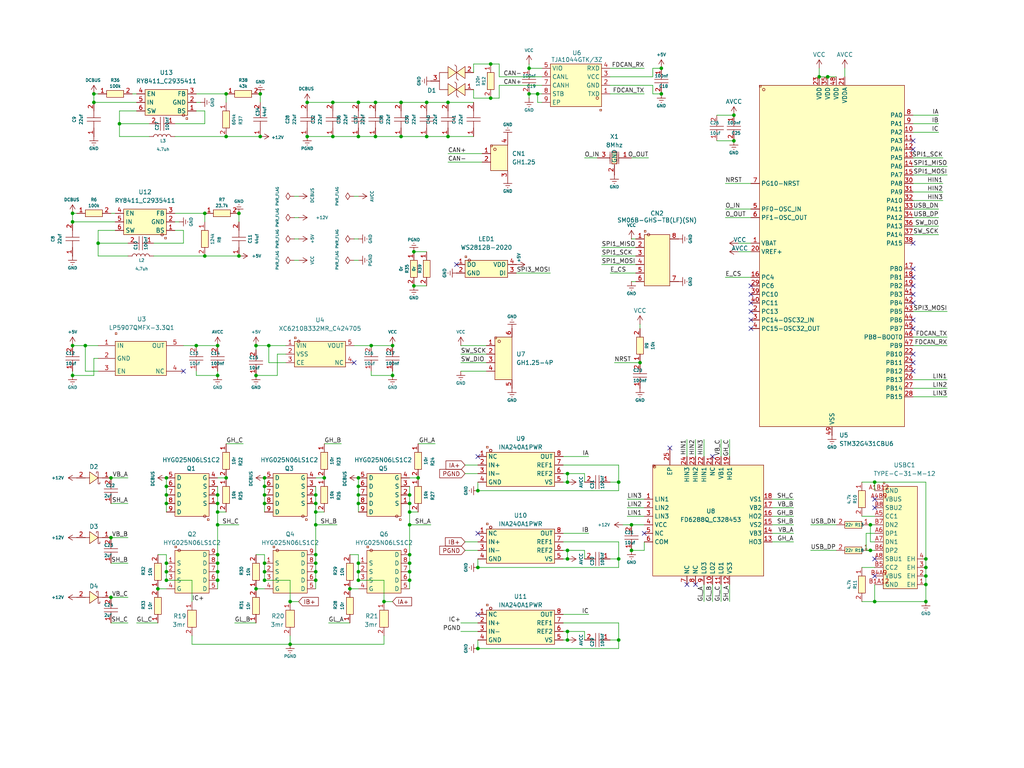
<source format=kicad_sch>
(kicad_sch (version 20250114) (generator "eeschema") (generator_version "9.0")
  (paper "User" 304.8 228.6)
  (junction (at 78.74 172.72))
  (junction (at 121.92 147.32))
  (junction (at 121.92 170.18))
  (junction (at 60.96 76.2))
  (junction (at 86.36 191.77))
  (junction (at 259.08 163.83))
  (junction (at 64.77 152.4))
  (junction (at 99.06 30.48))
  (junction (at 106.68 144.78))
  (junction (at 160.02 27.94))
  (junction (at 106.68 170.18))
  (junction (at 78.74 147.32))
  (junction (at 33.02 177.8))
  (junction (at 93.98 167.64))
  (junction (at 21.59 102.87))
  (junction (at 96.52 142.24))
  (junction (at 146.05 29.21))
  (junction (at 91.44 40.64))
  (junction (at 25.4 102.87))
  (junction (at 121.92 165.1))
  (junction (at 168.91 190.5))
  (junction (at 64.77 172.72))
  (junction (at 78.74 149.86))
  (junction (at 218.44 41.91))
  (junction (at 111.76 30.48))
  (junction (at 64.77 170.18))
  (junction (at 275.59 173.99))
  (junction (at 196.85 20.32))
  (junction (at 260.35 179.07))
  (junction (at 106.68 149.86))
  (junction (at 49.53 149.86))
  (junction (at 58.42 102.87))
  (junction (at 99.06 40.64))
  (junction (at 184.15 190.5))
  (junction (at 27.94 30.48))
  (junction (at 21.59 111.76))
  (junction (at 275.59 166.37))
  (junction (at 196.85 27.94))
  (junction (at 76.2 111.76))
  (junction (at 111.76 40.64))
  (junction (at 275.59 179.07))
  (junction (at 91.44 30.48))
  (junction (at 146.05 19.05))
  (junction (at 121.92 172.72))
  (junction (at 133.35 30.48))
  (junction (at 33.02 160.02))
  (junction (at 157.48 20.32))
  (junction (at 80.01 102.87))
  (junction (at 119.38 40.64))
  (junction (at 64.77 167.64))
  (junction (at 93.98 165.1))
  (junction (at 116.84 111.76))
  (junction (at 64.77 149.86))
  (junction (at 104.14 175.26))
  (junction (at 93.98 172.72))
  (junction (at 168.91 187.96))
  (junction (at 64.77 156.21))
  (junction (at 168.91 163.83))
  (junction (at 184.15 143.51))
  (junction (at 86.36 179.07))
  (junction (at 67.31 142.24))
  (junction (at 123.19 74.93))
  (junction (at 78.74 142.24))
  (junction (at 123.19 85.09))
  (junction (at 64.77 165.1))
  (junction (at 260.35 143.51))
  (junction (at 49.53 170.18))
  (junction (at 93.98 147.32))
  (junction (at 93.98 170.18))
  (junction (at 106.68 142.24))
  (junction (at 49.53 144.78))
  (junction (at 77.47 27.94))
  (junction (at 77.47 40.64))
  (junction (at 49.53 172.72))
  (junction (at 187.96 156.21))
  (junction (at 46.99 175.26))
  (junction (at 218.44 34.29))
  (junction (at 124.46 142.24))
  (junction (at 64.77 111.76))
  (junction (at 106.68 30.48))
  (junction (at 275.59 168.91))
  (junction (at 76.2 102.87))
  (junction (at 119.38 30.48))
  (junction (at 243.84 22.86))
  (junction (at 21.59 66.04))
  (junction (at 78.74 170.18))
  (junction (at 121.92 156.21))
  (junction (at 168.91 143.51))
  (junction (at 29.21 72.39))
  (junction (at 27.94 27.94))
  (junction (at 184.15 166.37))
  (junction (at 93.98 156.21))
  (junction (at 168.91 166.37))
  (junction (at 190.5 107.95))
  (junction (at 142.24 193.04))
  (junction (at 33.02 142.24))
  (junction (at 157.48 27.94))
  (junction (at 21.59 63.5))
  (junction (at 116.84 102.87))
  (junction (at 60.96 63.5))
  (junction (at 71.12 63.5))
  (junction (at 106.68 167.64))
  (junction (at 127 30.48))
  (junction (at 64.77 147.32))
  (junction (at 106.68 172.72))
  (junction (at 78.74 167.64))
  (junction (at 142.24 146.05))
  (junction (at 121.92 152.4))
  (junction (at 133.35 40.64))
  (junction (at 64.77 102.87))
  (junction (at 246.38 22.86))
  (junction (at 168.91 140.97))
  (junction (at 93.98 149.86))
  (junction (at 275.59 171.45))
  (junction (at 142.24 168.91))
  (junction (at 71.12 76.2))
  (junction (at 93.98 152.4))
  (junction (at 49.53 142.24))
  (junction (at 106.68 147.32))
  (junction (at 76.2 175.26))
  (junction (at 106.68 40.64))
  (junction (at 121.92 167.64))
  (junction (at 259.08 156.21))
  (junction (at 67.31 27.94))
  (junction (at 35.56 36.83))
  (junction (at 49.53 167.64))
  (junction (at 110.49 102.87))
  (junction (at 187.96 163.83))
  (junction (at 127 40.64))
  (junction (at 121.92 149.86))
  (junction (at 114.3 179.07))
  (junction (at 49.53 147.32))
  (junction (at 78.74 144.78))
  (junction (at 67.31 40.64))
  (no_connect (at 135.89 78.74))
  (no_connect (at 271.78 80.01))
  (no_connect (at 271.78 90.17))
  (no_connect (at 105.41 107.95))
  (no_connect (at 142.24 182.88))
  (no_connect (at 191.77 158.75))
  (no_connect (at 223.52 90.17))
  (no_connect (at 212.09 135.89))
  (no_connect (at 271.78 97.79))
  (no_connect (at 271.78 44.45))
  (no_connect (at 223.52 87.63))
  (no_connect (at 271.78 107.95))
  (no_connect (at 271.78 110.49))
  (no_connect (at 271.78 41.91))
  (no_connect (at 260.35 151.13))
  (no_connect (at 271.78 87.63))
  (no_connect (at 271.78 105.41))
  (no_connect (at 260.35 166.37))
  (no_connect (at 142.24 135.89))
  (no_connect (at 271.78 82.55))
  (no_connect (at 271.78 72.39))
  (no_connect (at 260.35 148.59))
  (no_connect (at 260.35 171.45))
  (no_connect (at 223.52 97.79))
  (no_connect (at 54.61 110.49))
  (no_connect (at 271.78 85.09))
  (no_connect (at 271.78 95.25))
  (no_connect (at 204.47 173.99))
  (no_connect (at 223.52 95.25))
  (no_connect (at 142.24 158.75))
  (no_connect (at 223.52 92.71))
  (no_connect (at 223.52 85.09))
  (no_connect (at 207.01 173.99))
  (no_connect (at 199.39 133.35))
  (wire (pts (xy 49.53 172.72) (xy 57.15 172.72)))
  (wire (pts (xy 49.53 147.32) (xy 49.53 144.78)))
  (wire (pts (xy 93.98 152.4) (xy 93.98 156.21)))
  (wire (pts (xy 29.21 72.39) (xy 38.1 72.39)))
  (wire (pts (xy 157.48 20.32) (xy 161.29 20.32)))
  (wire (pts (xy 280.67 54.61) (xy 271.78 54.61)))
  (wire (pts (xy 57.15 172.72) (xy 57.15 179.07)))
  (wire (pts (xy 21.59 63.5) (xy 21.59 66.04)))
  (wire (pts (xy 38.1 167.64) (xy 33.02 167.64)))
  (wire (pts (xy 64.77 172.72) (xy 64.77 175.26)))
  (wire (pts (xy 168.91 163.83) (xy 173.99 163.83)))
  (wire (pts (xy 204.47 130.81) (xy 204.47 135.89)))
  (wire (pts (xy 173.99 140.97) (xy 173.99 143.51)))
  (wire (pts (xy 45.72 72.39) (xy 54.61 72.39)))
  (wire (pts (xy 93.98 152.4) (xy 96.52 152.4)))
  (wire (pts (xy 241.3 156.21) (xy 248.92 156.21)))
  (wire (pts (xy 280.67 46.99) (xy 271.78 46.99)))
  (wire (pts (xy 119.38 30.48) (xy 127 30.48)))
  (wire (pts (xy 179.07 78.74) (xy 189.23 78.74)))
  (wire (pts (xy 187.96 46.99) (xy 193.04 46.99)))
  (wire (pts (xy 181.61 25.4) (xy 194.31 25.4)))
  (wire (pts (xy 275.59 173.99) (xy 275.59 179.07)))
  (wire (pts (xy 27.94 27.94) (xy 27.94 30.48)))
  (wire (pts (xy 49.53 152.4) (xy 49.53 149.86)))
  (wire (pts (xy 167.64 138.43) (xy 184.15 138.43)))
  (wire (pts (xy 93.98 172.72) (xy 93.98 175.26)))
  (wire (pts (xy 121.92 142.24) (xy 124.46 142.24)))
  (wire (pts (xy 29.21 76.2) (xy 38.1 76.2)))
  (wire (pts (xy 187.96 71.12) (xy 189.23 71.12)))
  (wire (pts (xy 137.16 185.42) (xy 142.24 185.42)))
  (wire (pts (xy 196.85 27.94) (xy 194.31 27.94)))
  (wire (pts (xy 281.94 92.71) (xy 271.78 92.71)))
  (wire (pts (xy 281.94 118.11) (xy 271.78 118.11)))
  (wire (pts (xy 279.4 39.37) (xy 271.78 39.37)))
  (wire (pts (xy 184.15 146.05) (xy 142.24 146.05)))
  (wire (pts (xy 105.41 71.12) (xy 106.68 71.12)))
  (wire (pts (xy 114.3 179.07) (xy 116.84 179.07)))
  (wire (pts (xy 58.42 27.94) (xy 67.31 27.94)))
  (wire (pts (xy 82.55 105.41) (xy 85.09 105.41)))
  (wire (pts (xy 256.54 143.51) (xy 260.35 143.51)))
  (wire (pts (xy 121.92 165.1) (xy 121.92 167.64)))
  (wire (pts (xy 275.59 166.37) (xy 275.59 168.91)))
  (wire (pts (xy 52.07 40.64) (xy 67.31 40.64)))
  (wire (pts (xy 168.91 187.96) (xy 168.91 190.5)))
  (wire (pts (xy 29.21 27.94) (xy 27.94 27.94)))
  (wire (pts (xy 185.42 156.21) (xy 187.96 156.21)))
  (wire (pts (xy 93.98 156.21) (xy 93.98 165.1)))
  (wire (pts (xy 52.07 63.5) (xy 60.96 63.5)))
  (wire (pts (xy 138.43 161.29) (xy 142.24 161.29)))
  (wire (pts (xy 49.53 170.18) (xy 49.53 172.72)))
  (wire (pts (xy 223.52 64.77) (xy 215.9 64.77)))
  (wire (pts (xy 25.4 102.87) (xy 29.21 102.87)))
  (wire (pts (xy 123.19 85.09) (xy 127 85.09)))
  (wire (pts (xy 168.91 163.83) (xy 168.91 166.37)))
  (wire (pts (xy 161.29 30.48) (xy 160.02 30.48)))
  (wire (pts (xy 167.64 140.97) (xy 168.91 140.97)))
  (wire (pts (xy 184.15 185.42) (xy 184.15 190.5)))
  (wire (pts (xy 106.68 30.48) (xy 111.76 30.48)))
  (wire (pts (xy 121.92 149.86) (xy 121.92 147.32)))
  (wire (pts (xy 181.61 81.28) (xy 189.23 81.28)))
  (wire (pts (xy 219.71 72.39) (xy 223.52 72.39)))
  (wire (pts (xy 181.61 190.5) (xy 184.15 190.5)))
  (wire (pts (xy 38.1 149.86) (xy 33.02 149.86)))
  (wire (pts (xy 54.61 72.39) (xy 54.61 68.58)))
  (wire (pts (xy 82.55 111.76) (xy 82.55 105.41)))
  (wire (pts (xy 121.92 152.4) (xy 124.46 152.4)))
  (wire (pts (xy 57.15 191.77) (xy 86.36 191.77)))
  (wire (pts (xy 21.59 111.76) (xy 27.94 111.76)))
  (wire (pts (xy 133.35 48.26) (xy 143.51 48.26)))
  (wire (pts (xy 148.59 22.86) (xy 161.29 22.86)))
  (wire (pts (xy 279.4 67.31) (xy 271.78 67.31)))
  (wire (pts (xy 29.21 68.58) (xy 34.29 68.58)))
  (wire (pts (xy 105.41 58.42) (xy 106.68 58.42)))
  (wire (pts (xy 256.54 179.07) (xy 260.35 179.07)))
  (wire (pts (xy 257.81 158.75) (xy 257.81 163.83)))
  (wire (pts (xy 78.74 149.86) (xy 78.74 147.32)))
  (wire (pts (xy 236.22 151.13) (xy 229.87 151.13)))
  (wire (pts (xy 35.56 36.83) (xy 44.45 36.83)))
  (wire (pts (xy 60.96 76.2) (xy 71.12 76.2)))
  (wire (pts (xy 64.77 170.18) (xy 64.77 172.72)))
  (wire (pts (xy 27.94 111.76) (xy 27.94 106.68)))
  (wire (pts (xy 121.92 167.64) (xy 121.92 170.18)))
  (wire (pts (xy 121.92 152.4) (xy 121.92 156.21)))
  (wire (pts (xy 142.24 146.05) (xy 142.24 143.51)))
  (wire (pts (xy 64.77 167.64) (xy 64.77 170.18)))
  (wire (pts (xy 168.91 143.51) (xy 167.64 143.51)))
  (wire (pts (xy 80.01 102.87) (xy 85.09 102.87)))
  (wire (pts (xy 39.37 27.94) (xy 40.64 27.94)))
  (wire (pts (xy 168.91 187.96) (xy 173.99 187.96)))
  (wire (pts (xy 173.99 187.96) (xy 173.99 190.5)))
  (wire (pts (xy 127 40.64) (xy 133.35 40.64)))
  (wire (pts (xy 91.44 30.48) (xy 99.06 30.48)))
  (wire (pts (xy 35.56 36.83) (xy 35.56 40.64)))
  (wire (pts (xy 275.59 143.51) (xy 275.59 166.37)))
  (wire (pts (xy 189.23 73.66) (xy 179.07 73.66)))
  (wire (pts (xy 279.4 69.85) (xy 271.78 69.85)))
  (wire (pts (xy 99.06 30.48) (xy 106.68 30.48)))
  (wire (pts (xy 40.64 185.42) (xy 46.99 185.42)))
  (wire (pts (xy 58.42 30.48) (xy 59.69 30.48)))
  (wire (pts (xy 21.59 110.49) (xy 21.59 111.76)))
  (wire (pts (xy 45.72 76.2) (xy 60.96 76.2)))
  (wire (pts (xy 116.84 111.76) (xy 110.49 111.76)))
  (wire (pts (xy 140.97 29.21) (xy 146.05 29.21)))
  (wire (pts (xy 168.91 190.5) (xy 167.64 190.5)))
  (wire (pts (xy 121.92 170.18) (xy 121.92 172.72)))
  (wire (pts (xy 275.59 168.91) (xy 275.59 171.45)))
  (wire (pts (xy 184.15 166.37) (xy 184.15 168.91)))
  (wire (pts (xy 186.69 153.67) (xy 191.77 153.67)))
  (wire (pts (xy 160.02 30.48) (xy 160.02 27.94)))
  (wire (pts (xy 167.64 158.75) (xy 175.26 158.75)))
  (wire (pts (xy 275.59 171.45) (xy 275.59 173.99)))
  (wire (pts (xy 106.68 149.86) (xy 106.68 147.32)))
  (wire (pts (xy 54.61 102.87) (xy 58.42 102.87)))
  (wire (pts (xy 87.63 77.47) (xy 88.9 77.47)))
  (wire (pts (xy 69.85 185.42) (xy 76.2 185.42)))
  (wire (pts (xy 64.77 142.24) (xy 67.31 142.24)))
  (wire (pts (xy 25.4 110.49) (xy 25.4 102.87)))
  (wire (pts (xy 209.55 179.07) (xy 209.55 173.99)))
  (wire (pts (xy 137.16 105.41) (xy 144.78 105.41)))
  (wire (pts (xy 106.68 40.64) (xy 111.76 40.64)))
  (wire (pts (xy 114.3 191.77) (xy 86.36 191.77)))
  (wire (pts (xy 104.14 165.1) (xy 106.68 165.1)))
  (wire (pts (xy 137.16 110.49) (xy 144.78 110.49)))
  (wire (pts (xy 236.22 156.21) (xy 229.87 156.21)))
  (wire (pts (xy 194.31 20.32) (xy 196.85 20.32)))
  (wire (pts (xy 223.52 54.61) (xy 215.9 54.61)))
  (wire (pts (xy 128.27 156.21) (xy 121.92 156.21)))
  (wire (pts (xy 281.94 100.33) (xy 271.78 100.33)))
  (wire (pts (xy 163.83 81.28) (xy 153.67 81.28)))
  (wire (pts (xy 184.15 190.5) (xy 184.15 193.04)))
  (wire (pts (xy 106.68 142.24) (xy 106.68 144.78)))
  (wire (pts (xy 60.96 63.5) (xy 60.96 66.04)))
  (wire (pts (xy 93.98 149.86) (xy 93.98 152.4)))
  (wire (pts (xy 236.22 161.29) (xy 229.87 161.29)))
  (wire (pts (xy 76.2 111.76) (xy 82.55 111.76)))
  (wire (pts (xy 140.97 19.05) (xy 146.05 19.05)))
  (wire (pts (xy 184.15 161.29) (xy 184.15 166.37)))
  (wire (pts (xy 173.99 163.83) (xy 173.99 166.37)))
  (wire (pts (xy 191.77 161.29) (xy 191.77 163.83)))
  (wire (pts (xy 236.22 158.75) (xy 229.87 158.75)))
  (wire (pts (xy 281.94 113.03) (xy 271.78 113.03)))
  (wire (pts (xy 213.36 41.91) (xy 218.44 41.91)))
  (wire (pts (xy 167.64 163.83) (xy 168.91 163.83)))
  (wire (pts (xy 93.98 167.64) (xy 93.98 170.18)))
  (wire (pts (xy 93.98 165.1) (xy 93.98 167.64)))
  (wire (pts (xy 88.9 58.42) (xy 87.63 58.42)))
  (wire (pts (xy 22.86 63.5) (xy 21.59 63.5)))
  (wire (pts (xy 46.99 175.26) (xy 49.53 175.26)))
  (wire (pts (xy 281.94 115.57) (xy 271.78 115.57)))
  (wire (pts (xy 27.94 30.48) (xy 40.64 30.48)))
  (wire (pts (xy 104.14 175.26) (xy 106.68 175.26)))
  (wire (pts (xy 106.68 170.18) (xy 106.68 172.72)))
  (wire (pts (xy 260.35 161.29) (xy 259.08 161.29)))
  (wire (pts (xy 191.77 27.94) (xy 181.61 27.94)))
  (wire (pts (xy 27.94 106.68) (xy 29.21 106.68)))
  (wire (pts (xy 259.08 156.21) (xy 260.35 156.21)))
  (wire (pts (xy 223.52 62.23) (xy 215.9 62.23)))
  (wire (pts (xy 279.4 64.77) (xy 271.78 64.77)))
  (wire (pts (xy 157.48 27.94) (xy 160.02 27.94)))
  (wire (pts (xy 256.54 153.67) (xy 260.35 153.67)))
  (wire (pts (xy 194.31 22.86) (xy 194.31 20.32)))
  (wire (pts (xy 260.35 158.75) (xy 257.81 158.75)))
  (wire (pts (xy 21.59 66.04) (xy 34.29 66.04)))
  (wire (pts (xy 168.91 140.97) (xy 173.99 140.97)))
  (wire (pts (xy 214.63 179.07) (xy 214.63 173.99)))
  (wire (pts (xy 58.42 33.02) (xy 60.96 33.02)))
  (wire (pts (xy 236.22 148.59) (xy 229.87 148.59)))
  (wire (pts (xy 64.77 149.86) (xy 64.77 152.4)))
  (wire (pts (xy 246.38 22.86) (xy 248.92 22.86)))
  (wire (pts (xy 33.02 63.5) (xy 34.29 63.5)))
  (wire (pts (xy 127 30.48) (xy 133.35 30.48)))
  (wire (pts (xy 187.96 156.21) (xy 191.77 156.21)))
  (wire (pts (xy 215.9 82.55) (xy 223.52 82.55)))
  (wire (pts (xy 78.74 172.72) (xy 86.36 172.72)))
  (wire (pts (xy 111.76 40.64) (xy 119.38 40.64)))
  (wire (pts (xy 110.49 102.87) (xy 116.84 102.87)))
  (wire (pts (xy 194.31 27.94) (xy 194.31 25.4)))
  (wire (pts (xy 142.24 193.04) (xy 142.24 190.5)))
  (wire (pts (xy 106.68 167.64) (xy 106.68 170.18)))
  (wire (pts (xy 212.09 179.07) (xy 212.09 173.99)))
  (wire (pts (xy 167.64 161.29) (xy 184.15 161.29)))
  (wire (pts (xy 217.17 130.81) (xy 217.17 135.89)))
  (wire (pts (xy 133.35 40.64) (xy 140.97 40.64)))
  (wire (pts (xy 167.64 187.96) (xy 168.91 187.96)))
  (wire (pts (xy 137.16 107.95) (xy 144.78 107.95)))
  (wire (pts (xy 35.56 40.64) (xy 44.45 40.64)))
  (wire (pts (xy 259.08 161.29) (xy 259.08 156.21)))
  (wire (pts (xy 133.35 30.48) (xy 140.97 30.48)))
  (wire (pts (xy 97.79 185.42) (xy 104.14 185.42)))
  (wire (pts (xy 168.91 140.97) (xy 168.91 143.51)))
  (wire (pts (xy 116.84 110.49) (xy 116.84 111.76)))
  (wire (pts (xy 93.98 149.86) (xy 93.98 147.32)))
  (wire (pts (xy 181.61 143.51) (xy 184.15 143.51)))
  (wire (pts (xy 38.1 142.24) (xy 33.02 142.24)))
  (wire (pts (xy 78.74 147.32) (xy 78.74 144.78)))
  (wire (pts (xy 271.78 34.29) (xy 279.4 34.29)))
  (wire (pts (xy 148.59 22.86) (xy 148.59 19.05)))
  (wire (pts (xy 168.91 166.37) (xy 167.64 166.37)))
  (wire (pts (xy 57.15 189.23) (xy 57.15 191.77)))
  (wire (pts (xy 38.1 160.02) (xy 33.02 160.02)))
  (wire (pts (xy 140.97 21.59) (xy 140.97 19.05)))
  (wire (pts (xy 271.78 36.83) (xy 279.4 36.83)))
  (wire (pts (xy 78.74 170.18) (xy 78.74 172.72)))
  (wire (pts (xy 64.77 111.76) (xy 64.77 110.49)))
  (wire (pts (xy 280.67 59.69) (xy 271.78 59.69)))
  (wire (pts (xy 93.98 170.18) (xy 93.98 172.72)))
  (wire (pts (xy 64.77 152.4) (xy 67.31 152.4)))
  (wire (pts (xy 105.41 102.87) (xy 110.49 102.87)))
  (wire (pts (xy 38.1 177.8) (xy 33.02 177.8)))
  (wire (pts (xy 148.59 29.21) (xy 146.05 29.21)))
  (wire (pts (xy 58.42 102.87) (xy 64.77 102.87)))
  (wire (pts (xy 142.24 140.97) (xy 138.43 140.97)))
  (wire (pts (xy 138.43 163.83) (xy 142.24 163.83)))
  (wire (pts (xy 21.59 102.87) (xy 25.4 102.87)))
  (wire (pts (xy 91.44 40.64) (xy 99.06 40.64)))
  (wire (pts (xy 257.81 163.83) (xy 259.08 163.83)))
  (wire (pts (xy 133.35 45.72) (xy 143.51 45.72)))
  (wire (pts (xy 114.3 172.72) (xy 114.3 179.07)))
  (wire (pts (xy 100.33 156.21) (xy 93.98 156.21)))
  (wire (pts (xy 87.63 71.12) (xy 88.9 71.12)))
  (wire (pts (xy 64.77 147.32) (xy 64.77 144.78)))
  (wire (pts (xy 29.21 110.49) (xy 25.4 110.49)))
  (wire (pts (xy 64.77 152.4) (xy 64.77 156.21)))
  (wire (pts (xy 181.61 22.86) (xy 194.31 22.86)))
  (wire (pts (xy 87.63 64.77) (xy 88.9 64.77)))
  (wire (pts (xy 71.12 156.21) (xy 64.77 156.21)))
  (wire (pts (xy 279.4 62.23) (xy 271.78 62.23)))
  (wire (pts (xy 35.56 33.02) (xy 40.64 33.02)))
  (wire (pts (xy 190.5 107.95) (xy 182.88 107.95)))
  (wire (pts (xy 209.55 130.81) (xy 209.55 135.89)))
  (wire (pts (xy 190.5 96.52) (xy 190.5 97.79)))
  (wire (pts (xy 167.64 185.42) (xy 184.15 185.42)))
  (wire (pts (xy 67.31 27.94) (xy 67.31 30.48)))
  (wire (pts (xy 121.92 172.72) (xy 121.92 175.26)))
  (wire (pts (xy 186.69 148.59) (xy 191.77 148.59)))
  (wire (pts (xy 157.48 19.05) (xy 157.48 20.32)))
  (wire (pts (xy 281.94 52.07) (xy 271.78 52.07)))
  (wire (pts (xy 137.16 187.96) (xy 142.24 187.96)))
  (wire (pts (xy 49.53 167.64) (xy 49.53 170.18)))
  (wire (pts (xy 78.74 167.64) (xy 78.74 170.18)))
  (wire (pts (xy 260.35 146.05) (xy 260.35 143.51)))
  (wire (pts (xy 148.59 25.4) (xy 161.29 25.4)))
  (wire (pts (xy 99.06 40.64) (xy 106.68 40.64)))
  (wire (pts (xy 123.19 74.93) (xy 127 74.93)))
  (wire (pts (xy 256.54 168.91) (xy 260.35 168.91)))
  (wire (pts (xy 184.15 138.43) (xy 184.15 143.51)))
  (wire (pts (xy 138.43 138.43) (xy 142.24 138.43)))
  (wire (pts (xy 148.59 25.4) (xy 148.59 29.21)))
  (wire (pts (xy 49.53 142.24) (xy 49.53 144.78)))
  (wire (pts (xy 157.48 29.21) (xy 157.48 27.94)))
  (wire (pts (xy 236.22 153.67) (xy 229.87 153.67)))
  (wire (pts (xy 106.68 172.72) (xy 114.3 172.72)))
  (wire (pts (xy 78.74 152.4) (xy 78.74 149.86)))
  (wire (pts (xy 186.69 151.13) (xy 191.77 151.13)))
  (wire (pts (xy 179.07 76.2) (xy 189.23 76.2)))
  (wire (pts (xy 64.77 149.86) (xy 64.77 147.32)))
  (wire (pts (xy 191.77 163.83) (xy 187.96 163.83)))
  (wire (pts (xy 121.92 156.21) (xy 121.92 165.1)))
  (wire (pts (xy 214.63 130.81) (xy 214.63 135.89)))
  (wire (pts (xy 213.36 34.29) (xy 218.44 34.29)))
  (wire (pts (xy 191.77 20.32) (xy 181.61 20.32)))
  (wire (pts (xy 181.61 166.37) (xy 184.15 166.37)))
  (wire (pts (xy 76.2 102.87) (xy 80.01 102.87)))
  (wire (pts (xy 78.74 165.1) (xy 78.74 167.64)))
  (wire (pts (xy 76.2 175.26) (xy 78.74 175.26)))
  (wire (pts (xy 77.47 27.94) (xy 77.47 30.48)))
  (wire (pts (xy 64.77 165.1) (xy 64.77 167.64)))
  (wire (pts (xy 219.71 74.93) (xy 223.52 74.93)))
  (wire (pts (xy 114.3 189.23) (xy 114.3 191.77)))
  (wire (pts (xy 121.92 147.32) (xy 121.92 144.78)))
  (wire (pts (xy 105.41 77.47) (xy 106.68 77.47)))
  (wire (pts (xy 259.08 163.83) (xy 260.35 163.83)))
  (wire (pts (xy 35.56 33.02) (xy 35.56 36.83)))
  (wire (pts (xy 72.39 132.08) (xy 67.31 132.08)))
  (wire (pts (xy 167.64 135.89) (xy 175.26 135.89)))
  (wire (pts (xy 80.01 107.95) (xy 80.01 102.87)))
  (wire (pts (xy 110.49 111.76) (xy 110.49 110.49)))
  (wire (pts (xy 217.17 179.07) (xy 217.17 173.99)))
  (wire (pts (xy 187.96 83.82) (xy 189.23 83.82)))
  (wire (pts (xy 111.76 30.48) (xy 119.38 30.48)))
  (wire (pts (xy 129.54 132.08) (xy 124.46 132.08)))
  (wire (pts (xy 148.59 19.05) (xy 146.05 19.05)))
  (wire (pts (xy 243.84 20.32) (xy 243.84 22.86)))
  (wire (pts (xy 67.31 40.64) (xy 77.47 40.64)))
  (wire (pts (xy 49.53 165.1) (xy 49.53 167.64)))
  (wire (pts (xy 184.15 143.51) (xy 184.15 146.05)))
  (wire (pts (xy 49.53 149.86) (xy 49.53 147.32)))
  (wire (pts (xy 241.3 163.83) (xy 248.92 163.83)))
  (wire (pts (xy 177.8 46.99) (xy 173.99 46.99)))
  (wire (pts (xy 60.96 36.83) (xy 60.96 33.02)))
  (wire (pts (xy 86.36 179.07) (xy 88.9 179.07)))
  (wire (pts (xy 106.68 165.1) (xy 106.68 167.64)))
  (wire (pts (xy 85.09 107.95) (xy 80.01 107.95)))
  (wire (pts (xy 260.35 179.07) (xy 275.59 179.07)))
  (wire (pts (xy 58.42 110.49) (xy 58.42 111.76)))
  (wire (pts (xy 106.68 147.32) (xy 106.68 144.78)))
  (wire (pts (xy 86.36 189.23) (xy 86.36 191.77)))
  (wire (pts (xy 167.64 182.88) (xy 175.26 182.88)))
  (wire (pts (xy 52.07 68.58) (xy 54.61 68.58)))
  (wire (pts (xy 106.68 152.4) (xy 106.68 149.86)))
  (wire (pts (xy 76.2 165.1) (xy 78.74 165.1)))
  (wire (pts (xy 58.42 111.76) (xy 64.77 111.76)))
  (wire (pts (xy 29.21 72.39) (xy 29.21 76.2)))
  (wire (pts (xy 161.29 27.94) (xy 160.02 27.94)))
  (wire (pts (xy 137.16 102.87) (xy 144.78 102.87)))
  (wire (pts (xy 121.92 149.86) (xy 121.92 152.4)))
  (wire (pts (xy 119.38 40.64) (xy 127 40.64)))
  (wire (pts (xy 140.97 26.67) (xy 140.97 29.21)))
  (wire (pts (xy 243.84 22.86) (xy 246.38 22.86)))
  (wire (pts (xy 142.24 168.91) (xy 142.24 166.37)))
  (wire (pts (xy 52.07 36.83) (xy 60.96 36.83)))
  (wire (pts (xy 46.99 165.1) (xy 49.53 165.1)))
  (wire (pts (xy 280.67 57.15) (xy 271.78 57.15)))
  (wire (pts (xy 38.1 185.42) (xy 33.02 185.42)))
  (wire (pts (xy 101.6 132.08) (xy 96.52 132.08)))
  (wire (pts (xy 281.94 102.87) (xy 271.78 102.87)))
  (wire (pts (xy 86.36 172.72) (xy 86.36 179.07)))
  (wire (pts (xy 271.78 49.53) (xy 281.94 49.53)))
  (wire (pts (xy 29.21 68.58) (xy 29.21 72.39)))
  (wire (pts (xy 260.35 173.99) (xy 260.35 179.07)))
  (wire (pts (xy 93.98 142.24) (xy 96.52 142.24)))
  (wire (pts (xy 251.46 20.32) (xy 251.46 22.86)))
  (wire (pts (xy 184.15 168.91) (xy 142.24 168.91)))
  (wire (pts (xy 52.07 66.04) (xy 53.34 66.04)))
  (wire (pts (xy 207.01 130.81) (xy 207.01 135.89)))
  (wire (pts (xy 64.77 156.21) (xy 64.77 165.1)))
  (wire (pts (xy 184.15 193.04) (xy 142.24 193.04)))
  (wire (pts (xy 93.98 147.32) (xy 93.98 144.78)))
  (wire (pts (xy 71.12 63.5) (xy 71.12 66.04)))
  (wire (pts (xy 76.2 102.87) (xy 76.2 104.14)))
  (wire (pts (xy 260.35 143.51) (xy 275.59 143.51)))
  (wire (pts (xy 78.74 142.24) (xy 78.74 144.78)))
  (label "HIN1" (at 204.47 130.81 270))
  (label "SW_DIO" (at 279.4 67.31 180))
  (label "SH_C" (at 71.12 156.21 180))
  (label "HIN3" (at 280.67 59.69 180))
  (label "LIN2" (at 281.94 115.57 180))
  (label "GL_C" (at 214.63 179.07 90))
  (label "HIN2" (at 280.67 57.15 180))
  (label "USB_DP" (at 279.4 64.77 180))
  (label "FDCAN_TX" (at 191.77 27.94 180))
  (label "FDCAN_RX" (at 281.94 102.87 180))
  (label "SPI1_MISO" (at 179.07 73.66 0))
  (label "LIN3" (at 281.94 118.11 180))
  (label "SW_SCK" (at 137.16 105.41 0))
  (label "SW_SCK" (at 279.4 69.85 180))
  (label "VB_C" (at 214.63 130.81 270))
  (label "GH_C" (at 217.17 130.81 270))
  (label "USB_DN" (at 279.4 62.23 180))
  (label "GL_A" (at 97.79 185.42 0))
  (label "GH_C" (at 72.39 132.08 180))
  (label "LIN3" (at 186.69 148.59 0))
  (label "SH_B" (at 236.22 156.21 180))
  (label "IC+" (at 57.15 179.07 0))
  (label "SPI1_SCK" (at 179.07 76.2 0))
  (label "GH_B" (at 101.6 132.08 180))
  (label "SH_A" (at 217.17 179.07 90))
  (label "NRST" (at 215.9 54.61 0))
  (label "E_CS" (at 181.61 81.28 0))
  (label "SPI3_MOSI" (at 163.83 81.28 180))
  (label "SH_C" (at 236.22 148.59 180))
  (label "IA" (at 279.4 34.29 180))
  (label "GH_B" (at 236.22 153.67 180))
  (label "IC" (at 175.26 182.88 180))
  (label "SPI1_MOSI" (at 281.94 52.07 180))
  (label "USB_DP" (at 241.3 163.83 0))
  (label "FDCAN_TX" (at 281.94 100.33 180))
  (label "NRST" (at 182.88 107.95 0))
  (label "SPI1_MOSI" (at 179.07 78.74 0))
  (label "IA" (at 175.26 135.89 180))
  (label "O_OUT" (at 193.04 46.99 180))
  (label "GH_A" (at 129.54 132.08 180))
  (label "PGND" (at 137.16 187.96 180))
  (label "O_OUT" (at 215.9 64.77 0))
  (label "HIN3" (at 209.55 130.81 270))
  (label "SW_DIO" (at 137.16 107.95 0))
  (label "SH_A" (at 38.1 149.86 180))
  (label "LIN2" (at 186.69 151.13 0))
  (label "SPI1_MISO" (at 281.94 49.53 180))
  (label "VB_A" (at 236.22 158.75 180))
  (label "IB" (at 279.4 36.83 180))
  (label "GL_B" (at 212.09 179.07 90))
  (label "O_IN" (at 173.99 46.99 0))
  (label "SPI3_MOSI" (at 281.94 92.71 180))
  (label "VB_C" (at 38.1 177.8 180))
  (label "IC+" (at 137.16 185.42 180))
  (label "HIN1" (at 280.67 54.61 180))
  (label "GH_A" (at 236.22 161.29 180))
  (label "SH_C" (at 38.1 185.42 180))
  (label "SPI1_SCK" (at 280.67 46.99 180))
  (label "HIN2" (at 207.01 130.81 270))
  (label "CAN-" (at 133.35 48.26 0))
  (label "GL_A" (at 209.55 179.07 90))
  (label "SH_A" (at 128.27 156.21 180))
  (label "USB_DN" (at 241.3 156.21 0))
  (label "LIN1" (at 186.69 153.67 0))
  (label "CAN+" (at 149.86 25.4 0))
  (label "GL_B" (at 69.85 185.42 0))
  (label "SH_B" (at 100.33 156.21 180))
  (label "FDCAN_RX" (at 191.77 20.32 180))
  (label "IB" (at 175.26 158.75 180))
  (label "IC" (at 279.4 39.37 180))
  (label "SH_B" (at 38.1 167.64 180))
  (label "LIN1" (at 281.94 113.03 180))
  (label "GL_C" (at 40.64 185.42 0))
  (label "VB_B" (at 38.1 160.02 180))
  (label "CAN+" (at 133.35 45.72 0))
  (label "CAN-" (at 149.86 22.86 0))
  (label "O_IN" (at 215.9 62.23 0))
  (label "E_CS" (at 215.9 82.55 0))
  (label "VB_A" (at 38.1 142.24 180))
  (label "VB_B" (at 236.22 151.13 180))
  (global_label "PGND" (shape input) (at 138.43 140.97 180) (property "Intersheetrefs" "${INTERSHEET_REFS}" (effects (hide yes))))
  (global_label "IB+" (shape input) (at 138.43 161.29 180) (property "Intersheetrefs" "${INTERSHEET_REFS}" (effects (hide yes))))
  (global_label "IB+" (shape input) (at 88.9 179.07 0) (property "Intersheetrefs" "${INTERSHEET_REFS}" (effects (hide yes))))
  (global_label "IA+" (shape input) (at 138.43 138.43 180) (property "Intersheetrefs" "${INTERSHEET_REFS}" (effects (hide yes))))
  (global_label "IA+" (shape input) (at 116.84 179.07 0) (property "Intersheetrefs" "${INTERSHEET_REFS}" (effects (hide yes))))
  (global_label "PGND" (shape input) (at 138.43 163.83 180) (property "Intersheetrefs" "${INTERSHEET_REFS}" (effects (hide yes))))
  (symbol (lib_id "power:Earth") (at 201.93 83.82 90) (unit 1)
    (property "Reference" "#PWR040" (effects (hide yes)))
    (property "Value" "GND" (at 205.486 83.82 0) (effects (font (size 0.889 0.889))))
    (property "Description" "Power symbol creates a global label with name \"Earth\"" (effects (hide yes)))
  )
  (symbol (lib_id "EasyEDA:HYG025N06LS1C2") (at 86.36 147.32 180) (unit 1)
    (property "Reference" "Q3" (at 86.106 139.446 0))
    (property "Value" "HYG025N06LS1C2" (at 86.106 136.906 0))
    (property "Footprint" "EasyEDA:DFN-8_L5.9-W5.2-P1.27-LS6.2-BL" (effects (hide yes)))
    (property "LCSC Part" "C2827231" (effects (hide yes)))
  )
  (symbol (lib_id "EasyEDA:RC0603FR-07100KL") (at 96.52 137.16 270) (unit 1)
    (property "Reference" "R23" (at 100.838 137.414 0) (effects (font (size 0.889 0.889))))
    (property "Value" "10r" (at 98.806 137.16 0) (effects (font (size 0.889 0.889))))
    (property "Footprint" "EasyEDA:R0603" (effects (hide yes)))
    (property "Datasheet" "https://lcsc.com/product-detail/Chip-Resistor-Surface-Mount_100KR-1003-1_C14675.html" (effects (hide yes)))
    (property "LCSC Part" "C14675" (effects (hide yes)))
  )
  (symbol (lib_id "power:Earth") (at 59.69 30.48 90) (unit 1)
    (property "Reference" "#PWR079" (effects (hide yes)))
    (property "Value" "GND" (at 63.246 30.48 0) (effects (font (size 0.889 0.889))))
    (property "Description" "Power symbol creates a global label with name \"Earth\"" (effects (hide yes)))
  )
  (symbol (lib_id "power:+48V") (at 78.74 142.24 90) (unit 1)
    (property "Reference" "#PWR047" (effects (hide yes)))
    (property "Value" "DCBUS" (at 74.676 142.494 0) (effects (font (size 0.889 0.889))))
    (property "Description" "Power symbol creates a global label with name \"+48V\"" (effects (hide yes)))
  )
  (symbol (lib_id "EasyEDA:CL31B106KBHNNNE") (at 119.38 35.56 90) (unit 1)
    (property "Reference" "C38" (at 113.538 35.56 0) (effects (font (size 0.889 0.889))))
    (property "Value" "22uf" (at 115.57 35.56 0) (effects (font (size 0.889 0.889))))
    (property "Footprint" "EasyEDA:C1206" (effects (hide yes)))
    (property "Datasheet" "https://lcsc.com/product-detail/Multilayer-Ceramic-Capacitors-MLCC-SMD-SMT_SAMSUNG_CL31B106KBHNNNE_10uF-106-10-50V_C89632.html" (effects (hide yes)))
    (property "LCSC Part" "C89632" (effects (hide yes)))
  )
  (symbol (lib_id "EasyEDA:RC0603FR-07100KL") (at 124.46 147.32 270) (unit 1)
    (property "Reference" "R27" (at 128.778 147.574 0) (effects (font (size 0.889 0.889))))
    (property "Value" "10k" (at 126.746 147.32 0) (effects (font (size 0.889 0.889))))
    (property "Footprint" "EasyEDA:R0603" (effects (hide yes)))
    (property "Datasheet" "https://lcsc.com/product-detail/Chip-Resistor-Surface-Mount_100KR-1003-1_C14675.html" (effects (hide yes)))
    (property "LCSC Part" "C14675" (effects (hide yes)))
  )
  (symbol (lib_id "power:+12V") (at 71.12 76.2 270) (unit 1)
    (property "Reference" "#PWR010" (effects (hide yes)))
    (property "Value" "+5V" (at 74.93 76.2 90) (effects (font (size 0.889 0.889)) (justify left)))
    (property "Description" "Power symbol creates a global label with name \"+12V\"" (effects (hide yes)))
  )
  (symbol (lib_id "EasyEDA:0603B222K500NT") (at 218.44 38.1 270) (unit 1)
    (property "Reference" "C25" (at 220.472 39.624 90) (effects (font (size 0.889 0.889)) (justify right)))
    (property "Value" "100nf" (at 220.472 36.576 90) (effects (font (size 0.889 0.889)) (justify right)))
    (property "Footprint" "EasyEDA:C0603" (effects (hide yes)))
    (property "Datasheet" "https://lcsc.com/product-detail/Multilayer-Ceramic-Capacitors-MLCC-SMD-SMT_2-2nF-222-10-50V_C1604.html" (effects (hide yes)))
    (property "LCSC Part" "C1604" (effects (hide yes)))
  )
  (symbol (lib_id "EasyEDA:TYPE-C-31-M-12") (at 269.24 160.02 0) (unit 1)
    (property "Reference" "USBC1" (at 269.24 138.43 0))
    (property "Value" "TYPE-C-31-M-12" (at 269.24 140.97 0))
    (property "Footprint" "EasyEDA:USB-C_SMD-TYPE-C-31-M-12_1" (effects (hide yes)))
    (property "Datasheet" "https://lcsc.com/product-detail/USB-Type-C_Korean-Hroparts-Elec-TYPE-C-31-M-12_C165948.html" (effects (hide yes)))
    (property "LCSC Part" "C165948" (effects (hide yes)))
  )
  (symbol (lib_id "power:Earth") (at 21.59 76.2 0) (unit 1)
    (property "Reference" "#PWR08" (effects (hide yes)))
    (property "Value" "GND" (at 21.59 79.756 0) (effects (font (size 0.889 0.889))))
    (property "Description" "Power symbol creates a global label with name \"Earth\"" (effects (hide yes)))
  )
  (symbol (lib_id "power:Earth") (at 128.27 24.13 270) (unit 1)
    (property "Reference" "#PWR043" (effects (hide yes)))
    (property "Value" "GND" (at 124.714 24.13 0) (effects (font (size 0.889 0.889))))
    (property "Description" "Power symbol creates a global label with name \"Earth\"" (effects (hide yes)))
  )
  (symbol (lib_id "EasyEDA:RC0603FR-07100KL") (at 67.31 137.16 270) (unit 1)
    (property "Reference" "R22" (at 71.628 137.414 0) (effects (font (size 0.889 0.889))))
    (property "Value" "10r" (at 69.596 137.16 0) (effects (font (size 0.889 0.889))))
    (property "Footprint" "EasyEDA:R0603" (effects (hide yes)))
    (property "Datasheet" "https://lcsc.com/product-detail/Chip-Resistor-Surface-Mount_100KR-1003-1_C14675.html" (effects (hide yes)))
    (property "LCSC Part" "C14675" (effects (hide yes)))
  )
  (symbol (lib_id "power:PWR_FLAG") (at 87.63 77.47 90) (unit 1)
    (property "Reference" "#FLG04" (effects (hide yes)))
    (property "Value" "PWR_FLAG" (at 82.55 77.47 0) (effects (font (size 0.762 0.762))))
    (property "Description" "Special symbol for telling ERC where power comes from" (effects (hide yes)))
  )
  (symbol (lib_id "power:+12V") (at 153.67 78.74 270) (unit 1)
    (property "Reference" "#PWR067" (effects (hide yes)))
    (property "Value" "+5V" (at 154.432 76.708 0) (effects (font (size 0.889 0.889))))
    (property "Description" "Power symbol creates a global label with name \"+12V\"" (effects (hide yes)))
  )
  (symbol (lib_id "EasyEDA:HYG025N06LS1C2") (at 114.3 147.32 180) (unit 1)
    (property "Reference" "Q5" (at 114.046 139.446 0))
    (property "Value" "HYG025N06LS1C2" (at 114.046 136.906 0))
    (property "Footprint" "EasyEDA:DFN-8_L5.9-W5.2-P1.27-LS6.2-BL" (effects (hide yes)))
    (property "LCSC Part" "C2827231" (effects (hide yes)))
  )
  (symbol (lib_id "power:+48V") (at 27.94 27.94 0) (unit 1)
    (property "Reference" "#PWR077" (effects (hide yes)))
    (property "Value" "DCBUS" (at 27.686 23.876 0) (effects (font (size 0.889 0.889))))
    (property "Description" "Power symbol creates a global label with name \"+48V\"" (effects (hide yes)))
  )
  (symbol (lib_id "EasyEDA:0603B222K500NT") (at 187.96 160.02 90) (unit 1)
    (property "Reference" "C21" (at 185.928 158.496 90) (effects (font (size 0.889 0.889)) (justify right)))
    (property "Value" "10uf" (at 185.928 161.544 90) (effects (font (size 0.889 0.889)) (justify right)))
    (property "Footprint" "EasyEDA:C0603" (effects (hide yes)))
    (property "Datasheet" "https://lcsc.com/product-detail/Multilayer-Ceramic-Capacitors-MLCC-SMD-SMT_2-2nF-222-10-50V_C1604.html" (effects (hide yes)))
    (property "LCSC Part" "C1604" (effects (hide yes)))
  )
  (symbol (lib_id "power:PWR_FLAG") (at 105.41 58.42 90) (unit 1)
    (property "Reference" "#FLG05" (effects (hide yes)))
    (property "Value" "PWR_FLAG" (at 100.33 58.42 0) (effects (font (size 0.762 0.762))))
    (property "Description" "Special symbol for telling ERC where power comes from" (effects (hide yes)))
  )
  (symbol (lib_id "power:Earth") (at 76.2 111.76 0) (unit 1)
    (property "Reference" "#PWR018" (effects (hide yes)))
    (property "Value" "GND" (at 76.2 115.316 0) (effects (font (size 0.889 0.889))))
    (property "Description" "Power symbol creates a global label with name \"Earth\"" (effects (hide yes)))
  )
  (symbol (lib_id "EasyEDA:CL31B106KBHNNNE") (at 21.59 71.12 90) (unit 1)
    (property "Reference" "C8" (at 15.748 71.12 0) (effects (font (size 0.889 0.889))))
    (property "Value" "22uf" (at 17.78 71.12 0) (effects (font (size 0.889 0.889))))
    (property "Footprint" "EasyEDA:C1206" (effects (hide yes)))
    (property "Datasheet" "https://lcsc.com/product-detail/Multilayer-Ceramic-Capacitors-MLCC-SMD-SMT_SAMSUNG_CL31B106KBHNNNE_10uF-106-10-50V_C89632.html" (effects (hide yes)))
    (property "LCSC Part" "C89632" (effects (hide yes)))
  )
  (symbol (lib_id "power:+12V") (at 243.84 20.32 0) (unit 1)
    (property "Reference" "#PWR020" (effects (hide yes)))
    (property "Value" "VCC" (at 243.84 16.256 0))
    (property "Description" "Power symbol creates a global label with name \"+12V\"" (effects (hide yes)))
  )
  (symbol (lib_id "power:Earth") (at 152.4 97.79 180) (unit 1)
    (property "Reference" "#PWR034" (effects (hide yes)))
    (property "Value" "GND" (at 152.4 94.234 0) (effects (font (size 0.889 0.889))))
    (property "Description" "Power symbol creates a global label with name \"Earth\"" (effects (hide yes)))
  )
  (symbol (lib_id "EasyEDA:INA240A1PWR") (at 154.94 162.56 0) (unit 1)
    (property "Reference" "U10" (at 154.94 153.416 0))
    (property "Value" "INA240A1PWR" (at 154.94 155.956 0))
    (property "Footprint" "EasyEDA:TSSOP-8_L4.4-W3.0-P0.65-LS6.4-BL" (effects (hide yes)))
    (property "Datasheet" "https://lcsc.com/product-detail/PMIC-Current-Power-Monitors-Regulators_TI_INA240A1PWR_INA240A1PWR_C93965.html" (effects (hide yes)))
    (property "LCSC Part" "C93965" (effects (hide yes)))
  )
  (symbol (lib_id "power:Earth") (at 151.13 40.64 180) (unit 1)
    (property "Reference" "#PWR029" (effects (hide yes)))
    (property "Value" "GND" (at 151.13 37.084 0) (effects (font (size 0.889 0.889))))
    (property "Description" "Power symbol creates a global label with name \"Earth\"" (effects (hide yes)))
  )
  (symbol (lib_id "power:PWR_FLAG") (at 105.41 77.47 90) (unit 1)
    (property "Reference" "#FLG08" (effects (hide yes)))
    (property "Value" "PWR_FLAG" (at 100.33 77.47 0) (effects (font (size 0.762 0.762))))
    (property "Description" "Special symbol for telling ERC where power comes from" (effects (hide yes)))
  )
  (symbol (lib_id "EasyEDA:RC0603FR-07100KL") (at 67.31 147.32 270) (unit 1)
    (property "Reference" "R25" (at 71.628 147.574 0) (effects (font (size 0.889 0.889))))
    (property "Value" "10k" (at 69.596 147.32 0) (effects (font (size 0.889 0.889))))
    (property "Footprint" "EasyEDA:R0603" (effects (hide yes)))
    (property "Datasheet" "https://lcsc.com/product-detail/Chip-Resistor-Surface-Mount_100KR-1003-1_C14675.html" (effects (hide yes)))
    (property "LCSC Part" "C14675" (effects (hide yes)))
  )
  (symbol (lib_id "EasyEDA:RC0603FR-07100KL") (at 72.39 27.94 0) (unit 1)
    (property "Reference" "R38" (at 72.39 23.876 0) (effects (font (size 0.889 0.889))))
    (property "Value" "43k" (at 72.39 25.654 0) (effects (font (size 0.889 0.889))))
    (property "Footprint" "EasyEDA:R0603" (effects (hide yes)))
    (property "Datasheet" "https://lcsc.com/product-detail/Chip-Resistor-Surface-Mount_100KR-1003-1_C14675.html" (effects (hide yes)))
    (property "LCSC Part" "C14675" (effects (hide yes)))
  )
  (symbol (lib_id "EasyEDA:CL31B106KBHNNNE") (at 127 35.56 90) (unit 1)
    (property "Reference" "C39" (at 121.158 35.56 0) (effects (font (size 0.889 0.889))))
    (property "Value" "22uf" (at 123.19 35.56 0) (effects (font (size 0.889 0.889))))
    (property "Footprint" "EasyEDA:C1206" (effects (hide yes)))
    (property "Datasheet" "https://lcsc.com/product-detail/Multilayer-Ceramic-Capacitors-MLCC-SMD-SMT_SAMSUNG_CL31B106KBHNNNE_10uF-106-10-50V_C89632.html" (effects (hide yes)))
    (property "LCSC Part" "C89632" (effects (hide yes)))
  )
  (symbol (lib_id "EasyEDA:0603B222K500NT") (at 76.2 107.95 90) (unit 1)
    (property "Reference" "C15" (at 74.168 106.426 90) (effects (font (size 0.889 0.889)) (justify right)))
    (property "Value" "10uf" (at 74.168 109.474 90) (effects (font (size 0.889 0.889)) (justify right)))
    (property "Footprint" "EasyEDA:C0603" (effects (hide yes)))
    (property "Datasheet" "https://lcsc.com/product-detail/Multilayer-Ceramic-Capacitors-MLCC-SMD-SMT_2-2nF-222-10-50V_C1604.html" (effects (hide yes)))
    (property "LCSC Part" "C1604" (effects (hide yes)))
  )
  (symbol (lib_id "power:+12V") (at 88.9 77.47 270) (unit 1)
    (property "Reference" "#PWR062" (effects (hide yes)))
    (property "Value" "VCC" (at 92.964 77.47 0) (effects (font (size 0.889 0.889))))
    (property "Description" "Power symbol creates a global label with name \"+12V\"" (effects (hide yes)))
  )
  (symbol (lib_id "power:PWR_FLAG") (at 87.63 58.42 90) (unit 1)
    (property "Reference" "#FLG01" (effects (hide yes)))
    (property "Value" "PWR_FLAG" (at 82.55 58.42 0) (effects (font (size 0.762 0.762))))
    (property "Description" "Special symbol for telling ERC where power comes from" (effects (hide yes)))
  )
  (symbol (lib_id "power:Earth") (at 123.19 74.93 180) (unit 1)
    (property "Reference" "#PWR076" (effects (hide yes)))
    (property "Value" "PGND" (at 123.19 71.374 0) (effects (font (size 0.889 0.889))))
    (property "Description" "Power symbol creates a global label with name \"Earth\"" (effects (hide yes)))
  )
  (symbol (lib_id "power:+12V") (at 168.91 143.51 270) (unit 1)
    (property "Reference" "#PWR053" (effects (hide yes)))
    (property "Value" "AVCC" (at 172.974 143.51 0) (effects (font (size 0.889 0.889))))
    (property "Description" "Power symbol creates a global label with name \"+12V\"" (effects (hide yes)))
  )
  (symbol (lib_id "power:+12V") (at 185.42 156.21 90) (unit 1)
    (property "Reference" "#PWR044" (effects (hide yes)))
    (property "Value" "+12V" (at 181.61 156.21 90) (effects (font (size 0.889 0.889)) (justify left)))
    (property "Description" "Power symbol creates a global label with name \"+12V\"" (effects (hide yes)))
  )
  (symbol (lib_id "power:+48V") (at 88.9 58.42 270) (unit 1)
    (property "Reference" "#PWR059" (effects (hide yes)))
    (property "Value" "DCBUS" (at 92.964 58.166 0) (effects (font (size 0.889 0.889))))
    (property "Description" "Power symbol creates a global label with name \"+48V\"" (effects (hide yes)))
  )
  (symbol (lib_id "EasyEDA:RC0603FR-07100KL") (at 66.04 63.5 0) (unit 1)
    (property "Reference" "R7" (at 66.04 59.436 0) (effects (font (size 0.889 0.889))))
    (property "Value" "23.7k" (at 66.04 61.214 0) (effects (font (size 0.889 0.889))))
    (property "Footprint" "EasyEDA:R0603" (effects (hide yes)))
    (property "Datasheet" "https://lcsc.com/product-detail/Chip-Resistor-Surface-Mount_100KR-1003-1_C14675.html" (effects (hide yes)))
    (property "LCSC Part" "C14675" (effects (hide yes)))
  )
  (symbol (lib_id "EasyEDA:RC0603FR-07100KL") (at 254 156.21 180) (unit 1)
    (property "Reference" "R13" (at 255.778 156.21 0) (effects (font (size 0.889 0.889))))
    (property "Value" "22r" (at 252.73 156.21 0) (effects (font (size 0.889 0.889))))
    (property "Footprint" "EasyEDA:R0603" (effects (hide yes)))
    (property "Datasheet" "https://lcsc.com/product-detail/Chip-Resistor-Surface-Mount_100KR-1003-1_C14675.html" (effects (hide yes)))
    (property "LCSC Part" "C14675" (effects (hide yes)))
  )
  (symbol (lib_id "power:Earth") (at 106.68 77.47 90) (unit 1)
    (property "Reference" "#PWR066" (effects (hide yes)))
    (property "Value" "PGND" (at 110.236 77.47 0) (effects (font (size 0.889 0.889))))
    (property "Description" "Power symbol creates a global label with name \"Earth\"" (effects (hide yes)))
  )
  (symbol (lib_id "power:Earth") (at 137.16 110.49 0) (unit 1)
    (property "Reference" "#PWR037" (effects (hide yes)))
    (property "Value" "GND" (at 137.16 114.046 0) (effects (font (size 0.889 0.889))))
    (property "Description" "Power symbol creates a global label with name \"Earth\"" (effects (hide yes)))
  )
  (symbol (lib_id "power:Earth") (at 53.34 66.04 90) (unit 1)
    (property "Reference" "#PWR011" (effects (hide yes)))
    (property "Value" "GND" (at 56.896 66.04 0) (effects (font (size 0.889 0.889))))
    (property "Description" "Power symbol creates a global label with name \"Earth\"" (effects (hide yes)))
  )
  (symbol (lib_id "EasyEDA:1N5819WSS4") (at 27.94 160.02 180) (unit 1)
    (property "Reference" "D3" (at 27.94 156.718 0))
    (property "Value" "1N5819WS S4" (effects (hide yes)))
    (property "Footprint" "EasyEDA:SOD-323_L1.6-W1.3-LS2.7-RD" (effects (hide yes)))
    (property "LCSC Part" "C2927280" (effects (hide yes)))
  )
  (symbol (lib_id "EasyEDA:RC0603FR-07100KL") (at 46.99 180.34 90) (unit 1)
    (property "Reference" "R33" (at 42.672 180.086 0) (effects (font (size 0.889 0.889))))
    (property "Value" "10r" (at 44.704 180.34 0) (effects (font (size 0.889 0.889))))
    (property "Footprint" "EasyEDA:R0603" (effects (hide yes)))
    (property "Datasheet" "https://lcsc.com/product-detail/Chip-Resistor-Surface-Mount_100KR-1003-1_C14675.html" (effects (hide yes)))
    (property "LCSC Part" "C14675" (effects (hide yes)))
  )
  (symbol (lib_id "power:+12V") (at 137.16 102.87 0) (unit 1)
    (property "Reference" "#PWR036" (effects (hide yes)))
    (property "Value" "VCC" (at 137.16 98.806 0) (effects (font (size 0.889 0.889))))
    (property "Description" "Power symbol creates a global label with name \"+12V\"" (effects (hide yes)))
  )
  (symbol (lib_id "EasyEDA:RC0603FR-07100KL") (at 256.54 148.59 270) (unit 1)
    (property "Reference" "R10" (at 254.508 148.59 0) (effects (font (size 0.889 0.889))))
    (property "Value" "4.7k" (at 252.73 148.59 0) (effects (font (size 0.889 0.889))))
    (property "Footprint" "EasyEDA:R0603" (effects (hide yes)))
    (property "Datasheet" "https://lcsc.com/product-detail/Chip-Resistor-Surface-Mount_100KR-1003-1_C14675.html" (effects (hide yes)))
    (property "LCSC Part" "C14675" (effects (hide yes)))
  )
  (symbol (lib_id "power:+48V") (at 49.53 142.24 90) (unit 1)
    (property "Reference" "#PWR046" (effects (hide yes)))
    (property "Value" "DCBUS" (at 45.466 142.494 0) (effects (font (size 0.889 0.889))))
    (property "Description" "Power symbol creates a global label with name \"+48V\"" (effects (hide yes)))
  )
  (symbol (lib_id "power:Earth") (at 142.24 146.05 270) (unit 1)
    (property "Reference" "#PWR057" (effects (hide yes)))
    (property "Value" "GND" (at 138.684 146.05 0) (effects (font (size 0.889 0.889))))
    (property "Description" "Power symbol creates a global label with name \"Earth\"" (effects (hide yes)))
  )
  (symbol (lib_id "power:PWR_FLAG") (at 105.41 71.12 90) (unit 1)
    (property "Reference" "#FLG07" (effects (hide yes)))
    (property "Value" "PWR_FLAG" (at 100.33 71.12 0) (effects (font (size 0.762 0.762))))
    (property "Description" "Special symbol for telling ERC where power comes from" (effects (hide yes)))
  )
  (symbol (lib_id "EasyEDA:HYG025N06LS1C2") (at 114.3 170.18 0) (unit 1)
    (property "Reference" "Q6" (at 114.3 159.004 0))
    (property "Value" "HYG025N06LS1C2" (at 114.3 161.544 0))
    (property "Footprint" "EasyEDA:DFN-8_L5.9-W5.2-P1.27-LS6.2-BL" (effects (hide yes)))
    (property "LCSC Part" "C2827231" (effects (hide yes)))
  )
  (symbol (lib_id "EasyEDA:0603B222K500NT") (at 196.85 24.13 270) (unit 1)
    (property "Reference" "C18" (at 198.882 25.654 90) (effects (font (size 0.889 0.889)) (justify right)))
    (property "Value" "100nf" (at 198.882 22.606 90) (effects (font (size 0.889 0.889)) (justify right)))
    (property "Footprint" "EasyEDA:C0603" (effects (hide yes)))
    (property "Datasheet" "https://lcsc.com/product-detail/Multilayer-Ceramic-Capacitors-MLCC-SMD-SMT_2-2nF-222-10-50V_C1604.html" (effects (hide yes)))
    (property "LCSC Part" "C1604" (effects (hide yes)))
  )
  (symbol (lib_id "EasyEDA:1N5819WSS4") (at 27.94 177.8 180) (unit 1)
    (property "Reference" "D4" (at 27.94 174.498 0))
    (property "Value" "1N5819WS S4" (effects (hide yes)))
    (property "Footprint" "EasyEDA:SOD-323_L1.6-W1.3-LS2.7-RD" (effects (hide yes)))
    (property "LCSC Part" "C2927280" (effects (hide yes)))
  )
  (symbol (lib_id "EasyEDA:CL31B106KBHNNNE") (at 77.47 35.56 90) (unit 1)
    (property "Reference" "C34" (at 76.708 33.274 0) (effects (font (size 0.889 0.889))))
    (property "Value" "44uf" (at 78.74 33.274 0) (effects (font (size 0.889 0.889))))
    (property "Footprint" "EasyEDA:C1206" (effects (hide yes)))
    (property "Datasheet" "https://lcsc.com/product-detail/Multilayer-Ceramic-Capacitors-MLCC-SMD-SMT_SAMSUNG_CL31B106KBHNNNE_10uF-106-10-50V_C89632.html" (effects (hide yes)))
    (property "LCSC Part" "C89632" (effects (hide yes)))
  )
  (symbol (lib_id "power:+12V") (at 106.68 58.42 270) (unit 1)
    (property "Reference" "#PWR063" (effects (hide yes)))
    (property "Value" "AVCC" (at 110.744 58.42 0) (effects (font (size 0.889 0.889))))
    (property "Description" "Power symbol creates a global label with name \"+12V\"" (effects (hide yes)))
  )
  (symbol (lib_id "EasyEDA:RC0603FR-07100KL") (at 254 163.83 180) (unit 1)
    (property "Reference" "R18" (at 255.778 163.83 0) (effects (font (size 0.889 0.889))))
    (property "Value" "22r" (at 252.73 163.83 0) (effects (font (size 0.889 0.889))))
    (property "Footprint" "EasyEDA:R0603" (effects (hide yes)))
    (property "Datasheet" "https://lcsc.com/product-detail/Chip-Resistor-Surface-Mount_100KR-1003-1_C14675.html" (effects (hide yes)))
    (property "LCSC Part" "C14675" (effects (hide yes)))
  )
  (symbol (lib_id "EasyEDA:XC6210B332MR_C424705") (at 95.25 105.41 0) (unit 1)
    (property "Reference" "U4" (at 95.25 95.25 0))
    (property "Value" "XC6210B332MR_C424705" (at 95.25 97.79 0))
    (property "Footprint" "EasyEDA:TSOT-23-5_L2.9-W1.6-P0.95-LS2.8-BR" (effects (hide yes)))
    (property "Datasheet" "https://lcsc.com/product-detail/Low-Dropout-Regulators-LDO_Torex-Semicon-XC6210B332MR_C424705.html" (effects (hide yes)))
    (property "LCSC Part" "C424705" (effects (hide yes)))
  )
  (symbol (lib_id "EasyEDA:HYG025N06LS1C2") (at 57.15 170.18 0) (unit 1)
    (property "Reference" "Q2" (at 57.15 159.004 0))
    (property "Value" "HYG025N06LS1C2" (at 57.15 161.544 0))
    (property "Footprint" "EasyEDA:DFN-8_L5.9-W5.2-P1.27-LS6.2-BL" (effects (hide yes)))
    (property "LCSC Part" "C2827231" (effects (hide yes)))
  )
  (symbol (lib_id "Device:L") (at 41.91 76.2 90) (unit 1)
    (property "Reference" "L2" (at 42.164 77.47 90) (effects (font (size 0.889 0.889))))
    (property "Value" "4.7uh" (at 42.164 80.01 90) (effects (font (size 0.889 0.889))))
    (property "Footprint" "EasyEDA:IND-SMD_L2.5-W2.0" (effects (hide yes)))
    (property "Description" "Inductor" (effects (hide yes)))
  )
  (symbol (lib_id "EasyEDA:CL31B106KBHNNNE") (at 91.44 35.56 90) (unit 1)
    (property "Reference" "C28" (at 85.598 35.56 0) (effects (font (size 0.889 0.889))))
    (property "Value" "22uf" (at 87.63 35.56 0) (effects (font (size 0.889 0.889))))
    (property "Footprint" "EasyEDA:C1206" (effects (hide yes)))
    (property "Datasheet" "https://lcsc.com/product-detail/Multilayer-Ceramic-Capacitors-MLCC-SMD-SMT_SAMSUNG_CL31B106KBHNNNE_10uF-106-10-50V_C89632.html" (effects (hide yes)))
    (property "LCSC Part" "C89632" (effects (hide yes)))
  )
  (symbol (lib_id "power:Earth") (at 182.88 52.07 0) (unit 1)
    (property "Reference" "#PWR033" (effects (hide yes)))
    (property "Value" "GND" (at 182.88 55.626 0) (effects (font (size 0.889 0.889))))
    (property "Description" "Power symbol creates a global label with name \"Earth\"" (effects (hide yes)))
  )
  (symbol (lib_id "power:Earth") (at 123.19 85.09 0) (unit 1)
    (property "Reference" "#PWR074" (effects (hide yes)))
    (property "Value" "GND" (at 123.19 88.646 0) (effects (font (size 0.889 0.889))))
    (property "Description" "Power symbol creates a global label with name \"Earth\"" (effects (hide yes)))
  )
  (symbol (lib_id "power:+12V") (at 88.9 64.77 270) (unit 1)
    (property "Reference" "#PWR060" (effects (hide yes)))
    (property "Value" "+12V" (at 93.98 64.77 90) (effects (font (size 0.889 0.889)) (justify left)))
    (property "Description" "Power symbol creates a global label with name \"+12V\"" (effects (hide yes)))
  )
  (symbol (lib_id "power:+12V") (at 218.44 34.29 0) (unit 1)
    (property "Reference" "#PWR069" (effects (hide yes)))
    (property "Value" "AVCC" (at 218.44 30.226 0))
    (property "Description" "Power symbol creates a global label with name \"+12V\"" (effects (hide yes)))
  )
  (symbol (lib_id "EasyEDA:CL31B106KBHNNNE") (at 99.06 35.56 90) (unit 1)
    (property "Reference" "C32" (at 93.218 35.56 0) (effects (font (size 0.889 0.889))))
    (property "Value" "22uf" (at 95.25 35.56 0) (effects (font (size 0.889 0.889))))
    (property "Footprint" "EasyEDA:C1206" (effects (hide yes)))
    (property "Datasheet" "https://lcsc.com/product-detail/Multilayer-Ceramic-Capacitors-MLCC-SMD-SMT_SAMSUNG_CL31B106KBHNNNE_10uF-106-10-50V_C89632.html" (effects (hide yes)))
    (property "LCSC Part" "C89632" (effects (hide yes)))
  )
  (symbol (lib_id "power:Earth") (at 187.96 83.82 0) (unit 1)
    (property "Reference" "#PWR042" (effects (hide yes)))
    (property "Value" "GND" (at 187.96 87.376 0) (effects (font (size 0.889 0.889))))
    (property "Description" "Power symbol creates a global label with name \"Earth\"" (effects (hide yes)))
  )
  (symbol (lib_id "EasyEDA:WAFER-GH1.25-2PWB") (at 148.59 46.99 0) (unit 1)
    (property "Reference" "CN1" (at 152.4 45.7199 0) (effects (justify left)))
    (property "Value" "GH1.25" (at 152.4 48.2599 0) (effects (justify left)))
    (property "Footprint" "EasyEDA:CONN-TH_2P-P1.25_XUNPU_WAFER-GH1.25-2PWB" (effects (hide yes)))
    (property "LCSC Part" "C3029377" (effects (hide yes)))
  )
  (symbol (lib_id "power:Earth") (at 152.4 115.57 0) (unit 1)
    (property "Reference" "#PWR035" (effects (hide yes)))
    (property "Value" "GND" (at 152.4 119.126 0) (effects (font (size 0.889 0.889))))
    (property "Description" "Power symbol creates a global label with name \"Earth\"" (effects (hide yes)))
  )
  (symbol (lib_id "power:PWR_FLAG") (at 87.63 64.77 90) (unit 1)
    (property "Reference" "#FLG02" (effects (hide yes)))
    (property "Value" "PWR_FLAG" (at 82.55 64.77 0) (effects (font (size 0.762 0.762))))
    (property "Description" "Special symbol for telling ERC where power comes from" (effects (hide yes)))
  )
  (symbol (lib_id "EasyEDA:0603B222K500NT") (at 48.26 36.83 180) (unit 1)
    (property "Reference" "C27" (at 46.736 38.862 90) (effects (font (size 0.889 0.889)) (justify right)))
    (property "Value" "100nf" (at 49.784 38.862 90) (effects (font (size 0.889 0.889)) (justify right)))
    (property "Footprint" "EasyEDA:C0603" (effects (hide yes)))
    (property "Datasheet" "https://lcsc.com/product-detail/Multilayer-Ceramic-Capacitors-MLCC-SMD-SMT_2-2nF-222-10-50V_C1604.html" (effects (hide yes)))
    (property "LCSC Part" "C1604" (effects (hide yes)))
  )
  (symbol (lib_id "EasyEDA:CL31B106KBHNNNE") (at 133.35 35.56 90) (unit 1)
    (property "Reference" "C40" (at 127.508 35.56 0) (effects (font (size 0.889 0.889))))
    (property "Value" "22uf" (at 129.54 35.56 0) (effects (font (size 0.889 0.889))))
    (property "Footprint" "EasyEDA:C1206" (effects (hide yes)))
    (property "Datasheet" "https://lcsc.com/product-detail/Multilayer-Ceramic-Capacitors-MLCC-SMD-SMT_SAMSUNG_CL31B106KBHNNNE_10uF-106-10-50V_C89632.html" (effects (hide yes)))
    (property "LCSC Part" "C89632" (effects (hide yes)))
  )
  (symbol (lib_id "power:+12V") (at 64.77 102.87 0) (unit 1)
    (property "Reference" "#PWR015" (effects (hide yes)))
    (property "Value" "AVCC" (at 64.77 98.806 0) (effects (font (size 0.889 0.889))))
    (property "Description" "Power symbol creates a global label with name \"+12V\"" (effects (hide yes)))
  )
  (symbol (lib_id "power:Earth") (at 190.5 115.57 0) (unit 1)
    (property "Reference" "#PWR031" (effects (hide yes)))
    (property "Value" "GND" (at 190.5 119.126 0) (effects (font (size 0.889 0.889))))
    (property "Description" "Power symbol creates a global label with name \"Earth\"" (effects (hide yes)))
  )
  (symbol (lib_id "power:Earth") (at 218.44 41.91 0) (unit 1)
    (property "Reference" "#PWR064" (effects (hide yes)))
    (property "Value" "GND" (at 218.44 45.466 0) (effects (font (size 0.889 0.889))))
    (property "Description" "Power symbol creates a global label with name \"Earth\"" (effects (hide yes)))
  )
  (symbol (lib_id "EasyEDA:0603B222K500NT") (at 213.36 38.1 90) (unit 1)
    (property "Reference" "C26" (at 211.328 36.576 90) (effects (font (size 0.889 0.889)) (justify right)))
    (property "Value" "10uf" (at 211.328 39.624 90) (effects (font (size 0.889 0.889)) (justify right)))
    (property "Footprint" "EasyEDA:C0603" (effects (hide yes)))
    (property "Datasheet" "https://lcsc.com/product-detail/Multilayer-Ceramic-Capacitors-MLCC-SMD-SMT_2-2nF-222-10-50V_C1604.html" (effects (hide yes)))
    (property "LCSC Part" "C1604" (effects (hide yes)))
  )
  (symbol (lib_id "EasyEDA:0603B222K500NT") (at 41.91 72.39 180) (unit 1)
    (property "Reference" "C10" (at 40.386 74.422 90) (effects (font (size 0.889 0.889)) (justify right)))
    (property "Value" "100nf" (at 43.434 74.422 90) (effects (font (size 0.889 0.889)) (justify right)))
    (property "Footprint" "EasyEDA:C0603" (effects (hide yes)))
    (property "Datasheet" "https://lcsc.com/product-detail/Multilayer-Ceramic-Capacitors-MLCC-SMD-SMT_2-2nF-222-10-50V_C1604.html" (effects (hide yes)))
    (property "LCSC Part" "C1604" (effects (hide yes)))
  )
  (symbol (lib_id "power:+12V") (at 22.86 160.02 90) (unit 1)
    (property "Reference" "#PWR051" (effects (hide yes)))
    (property "Value" "+12V" (at 19.05 160.02 90) (effects (font (size 0.889 0.889)) (justify left)))
    (property "Description" "Power symbol creates a global label with name \"+12V\"" (effects (hide yes)))
  )
  (symbol (lib_id "power:+12V") (at 219.71 72.39 90) (unit 1)
    (property "Reference" "#PWR023" (effects (hide yes)))
    (property "Value" "VCC" (at 220.218 71.374 90))
    (property "Description" "Power symbol creates a global label with name \"+12V\"" (effects (hide yes)))
  )
  (symbol (lib_id "EasyEDA:STM32G431CBU6") (at 247.65 76.2 0) (unit 1)
    (property "Reference" "U5" (at 249.7933 129.54 0) (effects (justify left)))
    (property "Value" "STM32G431CBU6" (at 249.7933 132.08 0) (effects (justify left)))
    (property "Footprint" "EasyEDA:VQFN-48_L7.0-W7.0-P0.50-BL-EP5.5" (effects (hide yes)))
    (property "Datasheet" "https://lcsc.com/product-detail/ST-Microelectronics_STMicroelectronics-STM32G431CBU6_C529356.html" (effects (hide yes)))
    (property "LCSC Part" "C529356" (effects (hide yes)))
  )
  (symbol (lib_id "EasyEDA:JER2512F3R005") (at 114.3 184.15 270) (unit 1)
    (property "Reference" "R21" (at 108.712 183.388 90) (effects (justify left)))
    (property "Value" "3mr" (at 108.458 185.928 90) (effects (justify left)))
    (property "Footprint" "EasyEDA:R2512" (effects (hide yes)))
    (property "LCSC Part" "C46634460" (effects (hide yes)))
  )
  (symbol (lib_id "power:Earth") (at 21.59 111.76 0) (unit 1)
    (property "Reference" "#PWR072" (effects (hide yes)))
    (property "Value" "GND" (at 21.59 115.316 0) (effects (font (size 0.889 0.889))))
    (property "Description" "Power symbol creates a global label with name \"Earth\"" (effects (hide yes)))
  )
  (symbol (lib_id "EasyEDA:RC0603FR-07100KL") (at 127 80.01 270) (unit 1)
    (property "Reference" "R39" (at 124.968 80.01 0) (effects (font (size 0.889 0.889))))
    (property "Value" "0r" (at 123.19 80.01 0) (effects (font (size 0.889 0.889))))
    (property "Footprint" "EasyEDA:R0603" (effects (hide yes)))
    (property "Datasheet" "https://lcsc.com/product-detail/Chip-Resistor-Surface-Mount_100KR-1003-1_C14675.html" (effects (hide yes)))
    (property "LCSC Part" "C14675" (effects (hide yes)))
  )
  (symbol (lib_id "EasyEDA:RC0603FR-07100KL") (at 60.96 71.12 270) (unit 1)
    (property "Reference" "R8" (at 65.278 71.374 0) (effects (font (size 0.889 0.889))))
    (property "Value" "124k" (at 63.246 71.12 0) (effects (font (size 0.889 0.889))))
    (property "Footprint" "EasyEDA:R0603" (effects (hide yes)))
    (property "Datasheet" "https://lcsc.com/product-detail/Chip-Resistor-Surface-Mount_100KR-1003-1_C14675.html" (effects (hide yes)))
    (property "LCSC Part" "C14675" (effects (hide yes)))
  )
  (symbol (lib_id "power:Earth") (at 275.59 179.07 0) (unit 1)
    (property "Reference" "#PWR038" (effects (hide yes)))
    (property "Value" "GND" (at 275.59 182.626 0) (effects (font (size 0.889 0.889))))
    (property "Description" "Power symbol creates a global label with name \"Earth\"" (effects (hide yes)))
  )
  (symbol (lib_id "power:PWR_FLAG") (at 87.63 71.12 90) (unit 1)
    (property "Reference" "#FLG03" (effects (hide yes)))
    (property "Value" "PWR_FLAG" (at 82.55 71.12 0) (effects (font (size 0.762 0.762))))
    (property "Description" "Special symbol for telling ERC where power comes from" (effects (hide yes)))
  )
  (symbol (lib_id "power:Earth") (at 196.85 27.94 0) (unit 1)
    (property "Reference" "#PWR028" (effects (hide yes)))
    (property "Value" "GND" (at 196.85 31.496 0) (effects (font (size 0.889 0.889))))
    (property "Description" "Power symbol creates a global label with name \"Earth\"" (effects (hide yes)))
  )
  (symbol (lib_id "EasyEDA:RC0603FR-07100KL") (at 76.2 180.34 90) (unit 1)
    (property "Reference" "R31" (at 71.882 180.086 0) (effects (font (size 0.889 0.889))))
    (property "Value" "10r" (at 73.914 180.34 0) (effects (font (size 0.889 0.889))))
    (property "Footprint" "EasyEDA:R0603" (effects (hide yes)))
    (property "Datasheet" "https://lcsc.com/product-detail/Chip-Resistor-Surface-Mount_100KR-1003-1_C14675.html" (effects (hide yes)))
    (property "LCSC Part" "C14675" (effects (hide yes)))
  )
  (symbol (lib_id "EasyEDA:0603B222K500NT") (at 177.8 166.37 180) (unit 1)
    (property "Reference" "C30" (at 176.276 168.402 90) (effects (font (size 0.889 0.889)) (justify right)))
    (property "Value" "100nf" (at 179.324 168.402 90) (effects (font (size 0.889 0.889)) (justify right)))
    (property "Footprint" "EasyEDA:C0603" (effects (hide yes)))
    (property "Datasheet" "https://lcsc.com/product-detail/Multilayer-Ceramic-Capacitors-MLCC-SMD-SMT_2-2nF-222-10-50V_C1604.html" (effects (hide yes)))
    (property "LCSC Part" "C1604" (effects (hide yes)))
  )
  (symbol (lib_id "EasyEDA:CSTNE8M00GH5C000R0") (at 182.88 46.99 0) (unit 1)
    (property "Reference" "X1" (at 182.88 40.64 0))
    (property "Value" "8Mhz" (at 182.88 43.18 0))
    (property "Footprint" "EasyEDA:OSC-SMD_3P-L3.2-W1.3-P1.20-L" (effects (hide yes)))
    (property "Datasheet" "https://lcsc.com/product-detail/Others_Murata-Electronics-CSTNE8M00GH5C000R0_C341525.html" (effects (hide yes)))
    (property "LCSC Part" "C341525" (effects (hide yes)))
  )
  (symbol (lib_id "EasyEDA:0603B222K500NT") (at 177.8 143.51 180) (unit 1)
    (property "Reference" "C31" (at 176.276 145.542 90) (effects (font (size 0.889 0.889)) (justify right)))
    (property "Value" "100nf" (at 179.324 145.542 90) (effects (font (size 0.889 0.889)) (justify right)))
    (property "Footprint" "EasyEDA:C0603" (effects (hide yes)))
    (property "Datasheet" "https://lcsc.com/product-detail/Multilayer-Ceramic-Capacitors-MLCC-SMD-SMT_2-2nF-222-10-50V_C1604.html" (effects (hide yes)))
    (property "LCSC Part" "C1604" (effects (hide yes)))
  )
  (symbol (lib_id "EasyEDA:RC0603FR-07100KL") (at 67.31 35.56 270) (unit 1)
    (property "Reference" "R37" (at 71.628 35.814 0) (effects (font (size 0.889 0.889))))
    (property "Value" "604k" (at 69.596 35.56 0) (effects (font (size 0.889 0.889))))
    (property "Footprint" "EasyEDA:R0603" (effects (hide yes)))
    (property "Datasheet" "https://lcsc.com/product-detail/Chip-Resistor-Surface-Mount_100KR-1003-1_C14675.html" (effects (hide yes)))
    (property "LCSC Part" "C14675" (effects (hide yes)))
  )
  (symbol (lib_id "power:Earth") (at 135.89 81.28 270) (unit 1)
    (property "Reference" "#PWR068" (effects (hide yes)))
    (property "Value" "GND" (at 132.334 81.28 0) (effects (font (size 0.889 0.889))))
    (property "Description" "Power symbol creates a global label with name \"Earth\"" (effects (hide yes)))
  )
  (symbol (lib_id "power:Earth") (at 64.77 111.76 0) (unit 1)
    (property "Reference" "#PWR071" (effects (hide yes)))
    (property "Value" "GND" (at 64.77 115.316 0) (effects (font (size 0.889 0.889))))
    (property "Description" "Power symbol creates a global label with name \"Earth\"" (effects (hide yes)))
  )
  (symbol (lib_id "EasyEDA:RC0603FR-07100KL") (at 96.52 147.32 270) (unit 1)
    (property "Reference" "R26" (at 100.838 147.574 0) (effects (font (size 0.889 0.889))))
    (property "Value" "10k" (at 98.806 147.32 0) (effects (font (size 0.889 0.889))))
    (property "Footprint" "EasyEDA:R0603" (effects (hide yes)))
    (property "Datasheet" "https://lcsc.com/product-detail/Chip-Resistor-Surface-Mount_100KR-1003-1_C14675.html" (effects (hide yes)))
    (property "LCSC Part" "C14675" (effects (hide yes)))
  )
  (symbol (lib_id "power:+12V") (at 187.96 71.12 0) (unit 1)
    (property "Reference" "#PWR041" (effects (hide yes)))
    (property "Value" "VCC" (at 187.96 67.056 0) (effects (font (size 0.889 0.889))))
    (property "Description" "Power symbol creates a global label with name \"+12V\"" (effects (hide yes)))
  )
  (symbol (lib_id "power:Earth") (at 142.24 168.91 270) (unit 1)
    (property "Reference" "#PWR054" (effects (hide yes)))
    (property "Value" "GND" (at 138.684 168.91 0) (effects (font (size 0.889 0.889))))
    (property "Description" "Power symbol creates a global label with name \"Earth\"" (effects (hide yes)))
  )
  (symbol (lib_id "EasyEDA:FD6288Q_C328453") (at 210.82 154.94 0) (unit 1)
    (property "Reference" "U8" (at 211.582 152.146 0))
    (property "Value" "FD6288Q_C328453" (at 211.582 154.686 0))
    (property "Footprint" "EasyEDA:QFN-24_L4.0-W4.0-P0.50-BL-EP2.6" (effects (hide yes)))
    (property "Datasheet" "https://lcsc.com/product-detail/Others_Fortior-Tech-FD6288Q_C328453.html" (effects (hide yes)))
    (property "LCSC Part" "C328453" (effects (hide yes)))
  )
  (symbol (lib_id "EasyEDA:RC0603FR-07100KL") (at 124.46 137.16 270) (unit 1)
    (property "Reference" "R24" (at 128.778 137.414 0) (effects (font (size 0.889 0.889))))
    (property "Value" "10r" (at 126.746 137.16 0) (effects (font (size 0.889 0.889))))
    (property "Footprint" "EasyEDA:R0603" (effects (hide yes)))
    (property "Datasheet" "https://lcsc.com/product-detail/Chip-Resistor-Surface-Mount_100KR-1003-1_C14675.html" (effects (hide yes)))
    (property "LCSC Part" "C14675" (effects (hide yes)))
  )
  (symbol (lib_id "power:+12V") (at 77.47 40.64 270) (unit 1)
    (property "Reference" "#PWR081" (effects (hide yes)))
    (property "Value" "+12V" (at 80.772 40.894 90) (effects (font (size 0.889 0.889)) (justify left)))
    (property "Description" "Power symbol creates a global label with name \"+12V\"" (effects (hide yes)))
  )
  (symbol (lib_id "EasyEDA:WAFER-GH1.25-4PWB") (at 149.86 107.95 0) (unit 1)
    (property "Reference" "U7" (at 153.67 105.4099 0) (effects (justify left)))
    (property "Value" "GH1.25-4P" (at 153.67 107.9499 0) (effects (justify left)))
    (property "Footprint" "EasyEDA:CONN-SMD_4P-P1.25_XUNPU_WAFER-GH1.25-4PWB" (effects (hide yes)))
    (property "LCSC Part" "C3029379" (effects (hide yes)))
  )
  (symbol (lib_id "power:+12V") (at 22.86 142.24 90) (unit 1)
    (property "Reference" "#PWR050" (effects (hide yes)))
    (property "Value" "+12V" (at 19.05 142.24 90) (effects (font (size 0.889 0.889)) (justify left)))
    (property "Description" "Power symbol creates a global label with name \"+12V\"" (effects (hide yes)))
  )
  (symbol (lib_id "EasyEDA:0603B222K500NT") (at 33.02 146.05 90) (unit 1)
    (property "Reference" "C22" (at 31.496 144.526 90) (effects (font (size 0.889 0.889)) (justify right)))
    (property "Value" "2uf" (at 30.988 147.574 90) (effects (font (size 0.889 0.889)) (justify right)))
    (property "Footprint" "EasyEDA:C0603" (effects (hide yes)))
    (property "Datasheet" "https://lcsc.com/product-detail/Multilayer-Ceramic-Capacitors-MLCC-SMD-SMT_2-2nF-222-10-50V_C1604.html" (effects (hide yes)))
    (property "LCSC Part" "C1604" (effects (hide yes)))
  )
  (symbol (lib_id "EasyEDA:0603B222K500NT") (at 177.8 190.5 180) (unit 1)
    (property "Reference" "C29" (at 176.276 192.532 90) (effects (font (size 0.889 0.889)) (justify right)))
    (property "Value" "100nf" (at 179.324 192.532 90) (effects (font (size 0.889 0.889)) (justify right)))
    (property "Footprint" "EasyEDA:C0603" (effects (hide yes)))
    (property "Datasheet" "https://lcsc.com/product-detail/Multilayer-Ceramic-Capacitors-MLCC-SMD-SMT_2-2nF-222-10-50V_C1604.html" (effects (hide yes)))
    (property "LCSC Part" "C1604" (effects (hide yes)))
  )
  (symbol (lib_id "power:Earth") (at 157.48 29.21 0) (unit 1)
    (property "Reference" "#PWR026" (effects (hide yes)))
    (property "Value" "GND" (at 157.48 32.766 0) (effects (font (size 0.889 0.889))))
    (property "Description" "Power symbol creates a global label with name \"Earth\"" (effects (hide yes)))
  )
  (symbol (lib_id "EasyEDA:JER2512F3R005") (at 57.15 184.15 270) (unit 1)
    (property "Reference" "R19" (at 51.562 183.388 90) (effects (justify left)))
    (property "Value" "3mr" (at 51.308 185.928 90) (effects (justify left)))
    (property "Footprint" "EasyEDA:R2512" (effects (hide yes)))
    (property "LCSC Part" "C46634460" (effects (hide yes)))
  )
  (symbol (lib_id "EasyEDA:0603B222K500NT") (at 33.02 181.61 90) (unit 1)
    (property "Reference" "C24" (at 30.988 180.086 90) (effects (font (size 0.889 0.889)) (justify right)))
    (property "Value" "2uf" (at 30.988 183.134 90) (effects (font (size 0.889 0.889)) (justify right)))
    (property "Footprint" "EasyEDA:C0603" (effects (hide yes)))
    (property "Datasheet" "https://lcsc.com/product-detail/Multilayer-Ceramic-Capacitors-MLCC-SMD-SMT_2-2nF-222-10-50V_C1604.html" (effects (hide yes)))
    (property "LCSC Part" "C1604" (effects (hide yes)))
  )
  (symbol (lib_id "power:+48V") (at 21.59 63.5 0) (unit 1)
    (property "Reference" "#PWR084" (effects (hide yes)))
    (property "Value" "DCBUS" (at 21.336 59.436 0) (effects (font (size 0.889 0.889))))
    (property "Description" "Power symbol creates a global label with name \"+48V\"" (effects (hide yes)))
  )
  (symbol (lib_id "EasyEDA:CL31B106KBHNNNE") (at 27.94 35.56 90) (unit 1)
    (property "Reference" "C9" (at 22.098 35.56 0) (effects (font (size 0.889 0.889))))
    (property "Value" "22uf" (at 24.13 35.56 0) (effects (font (size 0.889 0.889))))
    (property "Footprint" "EasyEDA:C1206" (effects (hide yes)))
    (property "Datasheet" "https://lcsc.com/product-detail/Multilayer-Ceramic-Capacitors-MLCC-SMD-SMT_SAMSUNG_CL31B106KBHNNNE_10uF-106-10-50V_C89632.html" (effects (hide yes)))
    (property "LCSC Part" "C89632" (effects (hide yes)))
  )
  (symbol (lib_id "Device:L") (at 48.26 40.64 90) (unit 1)
    (property "Reference" "L3" (at 48.514 41.91 90) (effects (font (size 0.889 0.889))))
    (property "Value" "4.7uh" (at 48.514 44.45 90) (effects (font (size 0.889 0.889))))
    (property "Footprint" "EasyEDA:IND-SMD_L2.5-W2.0" (effects (hide yes)))
    (property "Description" "Inductor" (effects (hide yes)))
  )
  (symbol (lib_id "EasyEDA:HYG025N06LS1C2") (at 57.15 147.32 180) (unit 1)
    (property "Reference" "Q1" (at 56.896 139.446 0))
    (property "Value" "HYG025N06LS1C2" (at 56.896 136.906 0))
    (property "Footprint" "EasyEDA:DFN-8_L5.9-W5.2-P1.27-LS6.2-BL" (effects (hide yes)))
    (property "LCSC Part" "C2827231" (effects (hide yes)))
  )
  (symbol (lib_id "power:+48V") (at 91.44 30.48 0) (unit 1)
    (property "Reference" "#PWR082" (effects (hide yes)))
    (property "Value" "DCBUS" (at 91.186 26.416 0) (effects (font (size 0.889 0.889))))
    (property "Description" "Power symbol creates a global label with name \"+48V\"" (effects (hide yes)))
  )
  (symbol (lib_id "EasyEDA:JER2512F3R005") (at 86.36 184.15 270) (unit 1)
    (property "Reference" "R20" (at 80.772 183.388 90) (effects (justify left)))
    (property "Value" "3mr" (at 80.518 185.928 90) (effects (justify left)))
    (property "Footprint" "EasyEDA:R2512" (effects (hide yes)))
    (property "LCSC Part" "C46634460" (effects (hide yes)))
  )
  (symbol (lib_id "power:+12V") (at 251.46 20.32 0) (unit 1)
    (property "Reference" "#PWR021" (effects (hide yes)))
    (property "Value" "AVCC" (at 251.46 16.256 0))
    (property "Description" "Power symbol creates a global label with name \"+12V\"" (effects (hide yes)))
  )
  (symbol (lib_id "EasyEDA:LP5907QMFX-3.3Q1") (at 41.91 106.68 0) (unit 1)
    (property "Reference" "U3" (at 42.164 94.996 0))
    (property "Value" "LP5907QMFX-3.3Q1" (at 42.164 97.536 0))
    (property "Footprint" "EasyEDA:SOT-23-5_L3.0-W1.7-P0.95-LS2.8-BR" (effects (hide yes)))
    (property "Datasheet" "https://lcsc.com/product-detail/Low-Dropout-Regulators-LDO_TI_LP5907QMFX-3-3Q1_LP5907QMFX-3-3Q1_C130005.html" (effects (hide yes)))
    (property "LCSC Part" "C130005" (effects (hide yes)))
  )
  (symbol (lib_id "power:Earth") (at 151.13 53.34 0) (unit 1)
    (property "Reference" "#PWR030" (effects (hide yes)))
    (property "Value" "GND" (at 151.13 56.896 0) (effects (font (size 0.889 0.889))))
    (property "Description" "Power symbol creates a global label with name \"Earth\"" (effects (hide yes)))
  )
  (symbol (lib_id "power:Earth") (at 116.84 111.76 0) (unit 1)
    (property "Reference" "#PWR017" (effects (hide yes)))
    (property "Value" "GND" (at 116.84 115.316 0) (effects (font (size 0.889 0.889))))
    (property "Description" "Power symbol creates a global label with name \"Earth\"" (effects (hide yes)))
  )
  (symbol (lib_id "power:Earth") (at 91.44 40.64 0) (unit 1)
    (property "Reference" "#PWR083" (effects (hide yes)))
    (property "Value" "PGND" (at 91.44 44.196 0) (effects (font (size 0.889 0.889))))
    (property "Description" "Power symbol creates a global label with name \"Earth\"" (effects (hide yes)))
  )
  (symbol (lib_id "EasyEDA:RC0603FR-07100KL") (at 46.99 170.18 90) (unit 1)
    (property "Reference" "R32" (at 42.672 169.926 0) (effects (font (size 0.889 0.889))))
    (property "Value" "10k" (at 44.704 170.18 0) (effects (font (size 0.889 0.889))))
    (property "Footprint" "EasyEDA:R0603" (effects (hide yes)))
    (property "Datasheet" "https://lcsc.com/product-detail/Chip-Resistor-Surface-Mount_100KR-1003-1_C14675.html" (effects (hide yes)))
    (property "LCSC Part" "C14675" (effects (hide yes)))
  )
  (symbol (lib_id "power:+12V") (at 190.5 96.52 0) (unit 1)
    (property "Reference" "#PWR032" (effects (hide yes)))
    (property "Value" "VCC" (at 190.5 92.456 0))
    (property "Description" "Power symbol creates a global label with name \"+12V\"" (effects (hide yes)))
  )
  (symbol (lib_id "EasyEDA:RY8411_C2935411") (at 49.53 30.48 180) (unit 1)
    (property "Reference" "U13" (at 49.53 21.59 0))
    (property "Value" "RY8411_C2935411" (at 49.53 24.13 0))
    (property "Footprint" "EasyEDA:SOT-23-6_L2.9-W1.6-P0.95-LS2.8-TL" (effects (hide yes)))
    (property "LCSC Part" "C2935411" (effects (hide yes)))
  )
  (symbol (lib_id "power:+12V") (at 88.9 71.12 270) (unit 1)
    (property "Reference" "#PWR061" (effects (hide yes)))
    (property "Value" "+5V" (at 92.964 71.12 0) (effects (font (size 0.889 0.889))))
    (property "Description" "Power symbol creates a global label with name \"+12V\"" (effects (hide yes)))
  )
  (symbol (lib_id "power:Earth") (at 247.65 129.54 0) (unit 1)
    (property "Reference" "#PWR022" (effects (hide yes)))
    (property "Value" "GND" (at 247.65 133.096 0) (effects (font (size 0.889 0.889))))
    (property "Description" "Power symbol creates a global label with name \"Earth\"" (effects (hide yes)))
  )
  (symbol (lib_id "EasyEDA:0603B222K500NT") (at 58.42 106.68 90) (unit 1)
    (property "Reference" "C13" (at 56.388 105.156 90) (effects (font (size 0.889 0.889)) (justify right)))
    (property "Value" "10uf" (at 56.388 108.204 90) (effects (font (size 0.889 0.889)) (justify right)))
    (property "Footprint" "EasyEDA:C0603" (effects (hide yes)))
    (property "Datasheet" "https://lcsc.com/product-detail/Multilayer-Ceramic-Capacitors-MLCC-SMD-SMT_2-2nF-222-10-50V_C1604.html" (effects (hide yes)))
    (property "LCSC Part" "C1604" (effects (hide yes)))
  )
  (symbol (lib_id "EasyEDA:RC0603FR-07100KL") (at 104.14 170.18 90) (unit 1)
    (property "Reference" "R29" (at 99.822 169.926 0) (effects (font (size 0.889 0.889))))
    (property "Value" "10k" (at 101.854 170.18 0) (effects (font (size 0.889 0.889))))
    (property "Footprint" "EasyEDA:R0603" (effects (hide yes)))
    (property "Datasheet" "https://lcsc.com/product-detail/Chip-Resistor-Surface-Mount_100KR-1003-1_C14675.html" (effects (hide yes)))
    (property "LCSC Part" "C14675" (effects (hide yes)))
  )
  (symbol (lib_id "EasyEDA:RC0603FR-07100KL") (at 104.14 180.34 90) (unit 1)
    (property "Reference" "R28" (at 99.822 180.086 0) (effects (font (size 0.889 0.889))))
    (property "Value" "10r" (at 101.854 180.34 0) (effects (font (size 0.889 0.889))))
    (property "Footprint" "EasyEDA:R0603" (effects (hide yes)))
    (property "Datasheet" "https://lcsc.com/product-detail/Chip-Resistor-Surface-Mount_100KR-1003-1_C14675.html" (effects (hide yes)))
    (property "LCSC Part" "C14675" (effects (hide yes)))
  )
  (symbol (lib_id "power:Earth") (at 71.12 63.5 180) (unit 1)
    (property "Reference" "#PWR09" (effects (hide yes)))
    (property "Value" "GND" (at 71.12 59.944 0) (effects (font (size 0.889 0.889))))
    (property "Description" "Power symbol creates a global label with name \"Earth\"" (effects (hide yes)))
  )
  (symbol (lib_id "power:+12V") (at 116.84 102.87 0) (unit 1)
    (property "Reference" "#PWR016" (effects (hide yes)))
    (property "Value" "VCC" (at 116.84 98.806 0) (effects (font (size 0.889 0.889))))
    (property "Description" "Power symbol creates a global label with name \"+12V\"" (effects (hide yes)))
  )
  (symbol (lib_id "power:+12V") (at 21.59 102.87 0) (unit 1)
    (property "Reference" "#PWR012" (effects (hide yes)))
    (property "Value" "+5V" (at 21.59 98.806 0) (effects (font (size 0.889 0.889))))
    (property "Description" "Power symbol creates a global label with name \"+12V\"" (effects (hide yes)))
  )
  (symbol (lib_id "EasyEDA:1N5819WSS4") (at 27.94 142.24 180) (unit 1)
    (property "Reference" "D2" (at 27.94 138.938 0))
    (property "Value" "1N5819WS S4" (effects (hide yes)))
    (property "Footprint" "EasyEDA:SOD-323_L1.6-W1.3-LS2.7-RD" (effects (hide yes)))
    (property "LCSC Part" "C2927280" (effects (hide yes)))
  )
  (symbol (lib_id "EasyEDA:INA240A1PWR") (at 154.94 186.69 0) (unit 1)
    (property "Reference" "U11" (at 154.94 177.546 0))
    (property "Value" "INA240A1PWR" (at 154.94 180.086 0))
    (property "Footprint" "EasyEDA:TSSOP-8_L4.4-W3.0-P0.65-LS6.4-BL" (effects (hide yes)))
    (property "Datasheet" "https://lcsc.com/product-detail/PMIC-Current-Power-Monitors-Regulators_TI_INA240A1PWR_INA240A1PWR_C93965.html" (effects (hide yes)))
    (property "LCSC Part" "C93965" (effects (hide yes)))
  )
  (symbol (lib_id "power:+48V") (at 106.68 142.24 90) (unit 1)
    (property "Reference" "#PWR048" (effects (hide yes)))
    (property "Value" "DCBUS" (at 102.616 142.494 0) (effects (font (size 0.889 0.889))))
    (property "Description" "Power symbol creates a global label with name \"+48V\"" (effects (hide yes)))
  )
  (symbol (lib_id "EasyEDA:RC0603FR-07100KL") (at 76.2 170.18 90) (unit 1)
    (property "Reference" "R30" (at 71.882 169.926 0) (effects (font (size 0.889 0.889))))
    (property "Value" "10k" (at 73.914 170.18 0) (effects (font (size 0.889 0.889))))
    (property "Footprint" "EasyEDA:R0603" (effects (hide yes)))
    (property "Datasheet" "https://lcsc.com/product-detail/Chip-Resistor-Surface-Mount_100KR-1003-1_C14675.html" (effects (hide yes)))
    (property "LCSC Part" "C14675" (effects (hide yes)))
  )
  (symbol (lib_id "EasyEDA:RC0603FR-07100KL") (at 27.94 63.5 0) (unit 1)
    (property "Reference" "R6" (at 27.94 59.436 0) (effects (font (size 0.889 0.889))))
    (property "Value" "100k" (at 27.94 61.214 0) (effects (font (size 0.889 0.889))))
    (property "Footprint" "EasyEDA:R0603" (effects (hide yes)))
    (property "Datasheet" "https://lcsc.com/product-detail/Chip-Resistor-Surface-Mount_100KR-1003-1_C14675.html" (effects (hide yes)))
    (property "LCSC Part" "C14675" (effects (hide yes)))
  )
  (symbol (lib_id "EasyEDA:0603B222K500NT") (at 110.49 106.68 90) (unit 1)
    (property "Reference" "C16" (at 108.458 105.156 90) (effects (font (size 0.889 0.889)) (justify right)))
    (property "Value" "10uf" (at 108.458 108.204 90) (effects (font (size 0.889 0.889)) (justify right)))
    (property "Footprint" "EasyEDA:C0603" (effects (hide yes)))
    (property "Datasheet" "https://lcsc.com/product-detail/Multilayer-Ceramic-Capacitors-MLCC-SMD-SMT_2-2nF-222-10-50V_C1604.html" (effects (hide yes)))
    (property "LCSC Part" "C1604" (effects (hide yes)))
  )
  (symbol (lib_id "EasyEDA:CL31B106KBHNNNE") (at 71.12 71.12 90) (unit 1)
    (property "Reference" "C11" (at 74.422 71.12 0) (effects (font (size 0.889 0.889))))
    (property "Value" "44uf" (at 76.454 71.12 0) (effects (font (size 0.889 0.889))))
    (property "Footprint" "EasyEDA:C1206" (effects (hide yes)))
    (property "Datasheet" "https://lcsc.com/product-detail/Multilayer-Ceramic-Capacitors-MLCC-SMD-SMT_SAMSUNG_CL31B106KBHNNNE_10uF-106-10-50V_C89632.html" (effects (hide yes)))
    (property "LCSC Part" "C89632" (effects (hide yes)))
  )
  (symbol (lib_id "EasyEDA:NUP2105LT1G_C2890118") (at 135.89 24.13 180) (unit 1)
    (property "Reference" "D1" (at 128.524 26.924 0))
    (property "Value" "NUP2105LT1G_C2890118" (effects (hide yes)))
    (property "Footprint" "EasyEDA:SOT-23-3_L2.9-W1.3-P1.90-LS2.4-BR" (effects (hide yes)))
    (property "LCSC Part" "C2890118" (effects (hide yes)))
  )
  (symbol (lib_id "EasyEDA:0603B222K500NT") (at 116.84 106.68 90) (unit 1)
    (property "Reference" "C17" (at 114.808 105.156 90) (effects (font (size 0.889 0.889)) (justify right)))
    (property "Value" "100nf" (at 114.808 108.204 90) (effects (font (size 0.889 0.889)) (justify right)))
    (property "Footprint" "EasyEDA:C0603" (effects (hide yes)))
    (property "Datasheet" "https://lcsc.com/product-detail/Multilayer-Ceramic-Capacitors-MLCC-SMD-SMT_2-2nF-222-10-50V_C1604.html" (effects (hide yes)))
    (property "LCSC Part" "C1604" (effects (hide yes)))
  )
  (symbol (lib_id "EasyEDA:RC0603FR-07100KL") (at 34.29 27.94 0) (unit 1)
    (property "Reference" "R36" (at 34.29 23.876 0) (effects (font (size 0.889 0.889))))
    (property "Value" "100k" (at 34.29 25.654 0) (effects (font (size 0.889 0.889))))
    (property "Footprint" "EasyEDA:R0603" (effects (hide yes)))
    (property "Datasheet" "https://lcsc.com/product-detail/Chip-Resistor-Surface-Mount_100KR-1003-1_C14675.html" (effects (hide yes)))
    (property "LCSC Part" "C14675" (effects (hide yes)))
  )
  (symbol (lib_id "power:Earth") (at 77.47 27.94 180) (unit 1)
    (property "Reference" "#PWR080" (effects (hide yes)))
    (property "Value" "GND" (at 77.47 24.384 0) (effects (font (size 0.889 0.889))))
    (property "Description" "Power symbol creates a global label with name \"Earth\"" (effects (hide yes)))
  )
  (symbol (lib_id "EasyEDA:0603B222K500NT") (at 64.77 106.68 90) (unit 1)
    (property "Reference" "C14" (at 62.738 105.156 90) (effects (font (size 0.889 0.889)) (justify right)))
    (property "Value" "100nf" (at 62.738 108.204 90) (effects (font (size 0.889 0.889)) (justify right)))
    (property "Footprint" "EasyEDA:C0603" (effects (hide yes)))
    (property "Datasheet" "https://lcsc.com/product-detail/Multilayer-Ceramic-Capacitors-MLCC-SMD-SMT_2-2nF-222-10-50V_C1604.html" (effects (hide yes)))
    (property "LCSC Part" "C1604" (effects (hide yes)))
  )
  (symbol (lib_id "power:Earth") (at 27.94 40.64 0) (unit 1)
    (property "Reference" "#PWR078" (effects (hide yes)))
    (property "Value" "GND" (at 27.94 44.196 0) (effects (font (size 0.889 0.889))))
    (property "Description" "Power symbol creates a global label with name \"Earth\"" (effects (hide yes)))
  )
  (symbol (lib_id "power:Earth") (at 187.96 163.83 0) (unit 1)
    (property "Reference" "#PWR045" (effects (hide yes)))
    (property "Value" "GND" (at 187.96 167.386 0) (effects (font (size 0.889 0.889))))
    (property "Description" "Power symbol creates a global label with name \"Earth\"" (effects (hide yes)))
  )
  (symbol (lib_id "power:+12V") (at 219.71 74.93 90) (unit 1)
    (property "Reference" "#PWR024" (effects (hide yes)))
    (property "Value" "AVCC" (at 220.218 73.914 90))
    (property "Description" "Power symbol creates a global label with name \"+12V\"" (effects (hide yes)))
  )
  (symbol (lib_id "EasyEDA:SM06B-GHS-TB(LF)(SN)") (at 196.85 77.47 0) (unit 1)
    (property "Reference" "CN2" (at 195.58 63.5 0))
    (property "Value" "SM06B-GHS-TB(LF)(SN)" (at 195.58 65.532 0))
    (property "Footprint" "EasyEDA:CONN-TH_SM06B-GHS-TB-LF-SN" (effects (hide yes)))
    (property "Datasheet" "https://lcsc.com/product-detail/Connectors_JST_SM06B-GHS-TB-LF-SN_SM06B-GHS-TB-LF-SN_C133065.html" (effects (hide yes)))
    (property "LCSC Part" "C133065" (effects (hide yes)))
  )
  (symbol (lib_id "EasyEDA:RC0603FR-07100KL") (at 146.05 24.13 270) (unit 1)
    (property "Reference" "R12" (at 144.018 24.13 0) (effects (font (size 0.889 0.889))))
    (property "Value" "120r" (at 142.24 24.13 0) (effects (font (size 0.889 0.889))))
    (property "Footprint" "EasyEDA:R0603" (effects (hide yes)))
    (property "Datasheet" "https://lcsc.com/product-detail/Chip-Resistor-Surface-Mount_100KR-1003-1_C14675.html" (effects (hide yes)))
    (property "LCSC Part" "C14675" (effects (hide yes)))
  )
  (symbol (lib_id "EasyEDA:0603B222K500NT") (at 33.02 163.83 90) (unit 1)
    (property "Reference" "C23" (at 30.988 162.306 90) (effects (font (size 0.889 0.889)) (justify right)))
    (property "Value" "2uf" (at 30.988 165.354 90) (effects (font (size 0.889 0.889)) (justify right)))
    (property "Footprint" "EasyEDA:C0603" (effects (hide yes)))
    (property "Datasheet" "https://lcsc.com/product-detail/Multilayer-Ceramic-Capacitors-MLCC-SMD-SMT_2-2nF-222-10-50V_C1604.html" (effects (hide yes)))
    (property "LCSC Part" "C1604" (effects (hide yes)))
  )
  (symbol (lib_id "power:+12V") (at 157.48 19.05 0) (unit 1)
    (property "Reference" "#PWR025" (effects (hide yes)))
    (property "Value" "VCC" (at 157.48 14.986 0) (effects (font (size 0.889 0.889))))
    (property "Description" "Power symbol creates a global label with name \"+12V\"" (effects (hide yes)))
  )
  (symbol (lib_id "power:+12V") (at 168.91 166.37 270) (unit 1)
    (property "Reference" "#PWR056" (effects (hide yes)))
    (property "Value" "AVCC" (at 172.974 166.37 0) (effects (font (size 0.889 0.889))))
    (property "Description" "Power symbol creates a global label with name \"+12V\"" (effects (hide yes)))
  )
  (symbol (lib_id "EasyEDA:WS2812B-2020") (at 144.78 80.01 0) (unit 1)
    (property "Reference" "LED1" (at 144.78 71.12 0))
    (property "Value" "WS2812B-2020" (at 144.78 73.66 0))
    (property "Footprint" "EasyEDA:LED-SMD_4P-L2.0-W2.0-TL_WS2812B-2020" (effects (hide yes)))
    (property "Datasheet" "https://lcsc.com/product-detail/Light-Emitting-Diodes-LED_Worldsemi-WS2812B-2020_C965555.html" (effects (hide yes)))
    (property "LCSC Part" "C965555" (effects (hide yes)))
  )
  (symbol (lib_id "EasyEDA:INA240A1PWR") (at 154.94 139.7 0) (unit 1)
    (property "Reference" "U9" (at 154.94 130.556 0))
    (property "Value" "INA240A1PWR" (at 154.94 133.096 0))
    (property "Footprint" "EasyEDA:TSSOP-8_L4.4-W3.0-P0.65-LS6.4-BL" (effects (hide yes)))
    (property "Datasheet" "https://lcsc.com/product-detail/PMIC-Current-Power-Monitors-Regulators_TI_INA240A1PWR_INA240A1PWR_C93965.html" (effects (hide yes)))
    (property "LCSC Part" "C93965" (effects (hide yes)))
  )
  (symbol (lib_id "EasyEDA:HYG025N06LS1C2") (at 86.36 170.18 0) (unit 1)
    (property "Reference" "Q4" (at 86.36 159.004 0))
    (property "Value" "HYG025N06LS1C2" (at 86.36 161.544 0))
    (property "Footprint" "EasyEDA:DFN-8_L5.9-W5.2-P1.27-LS6.2-BL" (effects (hide yes)))
    (property "LCSC Part" "C2827231" (effects (hide yes)))
  )
  (symbol (lib_id "power:Earth") (at 106.68 71.12 90) (unit 1)
    (property "Reference" "#PWR065" (effects (hide yes)))
    (property "Value" "GND" (at 110.236 71.12 0) (effects (font (size 0.889 0.889))))
    (property "Description" "Power symbol creates a global label with name \"Earth\"" (effects (hide yes)))
  )
  (symbol (lib_id "EasyEDA:RY8411_C2935411") (at 43.18 66.04 180) (unit 1)
    (property "Reference" "U12" (at 43.18 57.15 0))
    (property "Value" "RY8411_C2935411" (at 43.18 59.69 0))
    (property "Footprint" "EasyEDA:SOT-23-6_L2.9-W1.6-P0.95-LS2.8-TL" (effects (hide yes)))
    (property "LCSC Part" "C2935411" (effects (hide yes)))
  )
  (symbol (lib_id "EasyEDA:TJA1044GTK_3Z") (at 171.45 25.4 180) (unit 1)
    (property "Reference" "U6" (at 171.704 15.748 0))
    (property "Value" "TJA1044GTK/3Z" (at 171.704 17.78 0))
    (property "Footprint" "EasyEDA:HVSON-8_L3.0-W3.0-P0.65-BL-EP" (effects (hide yes)))
    (property "LCSC Part" "C2157795" (effects (hide yes)))
  )
  (symbol (lib_id "EasyEDA:RC0603FR-07100KL") (at 123.19 80.01 270) (unit 1)
    (property "Reference" "R35" (at 121.158 80.01 0) (effects (font (size 0.889 0.889))))
    (property "Value" "0r" (at 119.38 80.01 0) (effects (font (size 0.889 0.889))))
    (property "Footprint" "EasyEDA:R0603" (effects (hide yes)))
    (property "Datasheet" "https://lcsc.com/product-detail/Chip-Resistor-Surface-Mount_100KR-1003-1_C14675.html" (effects (hide yes)))
    (property "LCSC Part" "C14675" (effects (hide yes)))
  )
  (symbol (lib_id "EasyEDA:RC0603FR-07100KL") (at 256.54 173.99 270) (unit 1)
    (property "Reference" "R11" (at 254.508 173.99 0) (effects (font (size 0.889 0.889))))
    (property "Value" "4.7k" (at 252.73 173.99 0) (effects (font (size 0.889 0.889))))
    (property "Footprint" "EasyEDA:R0603" (effects (hide yes)))
    (property "Datasheet" "https://lcsc.com/product-detail/Chip-Resistor-Surface-Mount_100KR-1003-1_C14675.html" (effects (hide yes)))
    (property "LCSC Part" "C14675" (effects (hide yes)))
  )
  (symbol (lib_id "power:+12V") (at 76.2 102.87 0) (unit 1)
    (property "Reference" "#PWR019" (effects (hide yes)))
    (property "Value" "+5V" (at 76.2 98.806 0) (effects (font (size 0.889 0.889))))
    (property "Description" "Power symbol creates a global label with name \"+12V\"" (effects (hide yes)))
  )
  (symbol (lib_id "EasyEDA:0603B222K500NT") (at 21.59 106.68 90) (unit 1)
    (property "Reference" "C12" (at 19.558 105.156 90) (effects (font (size 0.889 0.889)) (justify right)))
    (property "Value" "10uf" (at 19.558 108.204 90) (effects (font (size 0.889 0.889)) (justify right)))
    (property "Footprint" "EasyEDA:C0603" (effects (hide yes)))
    (property "Datasheet" "https://lcsc.com/product-detail/Multilayer-Ceramic-Capacitors-MLCC-SMD-SMT_2-2nF-222-10-50V_C1604.html" (effects (hide yes)))
    (property "LCSC Part" "C1604" (effects (hide yes)))
  )
  (symbol (lib_id "power:+12V") (at 168.91 190.5 270) (unit 1)
    (property "Reference" "#PWR058" (effects (hide yes)))
    (property "Value" "AVCC" (at 172.974 190.5 0) (effects (font (size 0.889 0.889))))
    (property "Description" "Power symbol creates a global label with name \"+12V\"" (effects (hide yes)))
  )
  (symbol (lib_id "power:+12V") (at 196.85 20.32 0) (unit 1)
    (property "Reference" "#PWR027" (effects (hide yes)))
    (property "Value" "+5V" (at 196.85 16.256 0) (effects (font (size 0.889 0.889))))
    (property "Description" "Power symbol creates a global label with name \"+12V\"" (effects (hide yes)))
  )
  (symbol (lib_id "EasyEDA:0603B222K500NT") (at 190.5 111.76 90) (unit 1)
    (property "Reference" "C20" (at 188.468 110.236 90) (effects (font (size 0.889 0.889)) (justify right)))
    (property "Value" "100nf" (at 188.468 113.284 90) (effects (font (size 0.889 0.889)) (justify right)))
    (property "Footprint" "EasyEDA:C0603" (effects (hide yes)))
    (property "Datasheet" "https://lcsc.com/product-detail/Multilayer-Ceramic-Capacitors-MLCC-SMD-SMT_2-2nF-222-10-50V_C1604.html" (effects (hide yes)))
    (property "LCSC Part" "C1604" (effects (hide yes)))
  )
  (symbol (lib_id "power:Earth") (at 142.24 193.04 270) (unit 1)
    (property "Reference" "#PWR055" (effects (hide yes)))
    (property "Value" "GND" (at 138.684 193.04 0) (effects (font (size 0.889 0.889))))
    (property "Description" "Power symbol creates a global label with name \"Earth\"" (effects (hide yes)))
  )
  (symbol (lib_id "power:Earth") (at 201.93 71.12 90) (unit 1)
    (property "Reference" "#PWR039" (effects (hide yes)))
    (property "Value" "GND" (at 205.486 71.12 0) (effects (font (size 0.889 0.889))))
    (property "Description" "Power symbol creates a global label with name \"Earth\"" (effects (hide yes)))
  )
  (symbol (lib_id "power:Earth") (at 86.36 191.77 0) (unit 1)
    (property "Reference" "#PWR049" (effects (hide yes)))
    (property "Value" "PGND" (at 86.36 195.326 0) (effects (font (size 0.889 0.889))))
    (property "Description" "Power symbol creates a global label with name \"Earth\"" (effects (hide yes)))
  )
  (symbol (lib_id "power:+12V") (at 22.86 177.8 90) (unit 1)
    (property "Reference" "#PWR052" (effects (hide yes)))
    (property "Value" "+12V" (at 19.05 177.8 90) (effects (font (size 0.889 0.889)) (justify left)))
    (property "Description" "Power symbol creates a global label with name \"+12V\"" (effects (hide yes)))
  )
  (symbol (lib_id "EasyEDA:CL31B106KBHNNNE") (at 106.68 35.56 90) (unit 1)
    (property "Reference" "C36" (at 100.838 35.56 0) (effects (font (size 0.889 0.889))))
    (property "Value" "22uf" (at 102.87 35.56 0) (effects (font (size 0.889 0.889))))
    (property "Footprint" "EasyEDA:C1206" (effects (hide yes)))
    (property "Datasheet" "https://lcsc.com/product-detail/Multilayer-Ceramic-Capacitors-MLCC-SMD-SMT_SAMSUNG_CL31B106KBHNNNE_10uF-106-10-50V_C89632.html" (effects (hide yes)))
    (property "LCSC Part" "C89632" (effects (hide yes)))
  )
  (symbol (lib_id "EasyEDA:CL31B106KBHNNNE") (at 111.76 35.56 90) (unit 1)
    (property "Reference" "C37" (at 105.918 35.56 0) (effects (font (size 0.889 0.889))))
    (property "Value" "22uf" (at 107.95 35.56 0) (effects (font (size 0.889 0.889))))
    (property "Footprint" "EasyEDA:C1206" (effects (hide yes)))
    (property "Datasheet" "https://lcsc.com/product-detail/Multilayer-Ceramic-Capacitors-MLCC-SMD-SMT_SAMSUNG_CL31B106KBHNNNE_10uF-106-10-50V_C89632.html" (effects (hide yes)))
    (property "LCSC Part" "C89632" (effects (hide yes)))
  )
  (symbol (lib_id "EasyEDA:CL31B106KBHNNNE") (at 140.97 35.56 90) (unit 1)
    (property "Reference" "C41" (at 135.128 35.56 0) (effects (font (size 0.889 0.889))))
    (property "Value" "22uf" (at 137.16 35.56 0) (effects (font (size 0.889 0.889))))
    (property "Footprint" "EasyEDA:C1206" (effects (hide yes)))
    (property "Datasheet" "https://lcsc.com/product-detail/Multilayer-Ceramic-Capacitors-MLCC-SMD-SMT_SAMSUNG_CL31B106KBHNNNE_10uF-106-10-50V_C89632.html" (effects (hide yes)))
    (property "LCSC Part" "C89632" (effects (hide yes)))
  )
  (symbol (lib_id "EasyEDA:RC0603FR-07100KL") (at 190.5 102.87 90) (unit 1)
    (property "Reference" "R9" (at 192.532 102.87 0) (effects (font (size 0.889 0.889))))
    (property "Value" "10k" (at 194.31 102.87 0) (effects (font (size 0.889 0.889))))
    (property "Footprint" "EasyEDA:R0603" (effects (hide yes)))
    (property "Datasheet" "https://lcsc.com/product-detail/Chip-Resistor-Surface-Mount_100KR-1003-1_C14675.html" (effects (hide yes)))
    (property "LCSC Part" "C14675" (effects (hide yes)))
  )
  (symbol (lib_id "EasyEDA:0603B222K500NT") (at 157.48 24.13 270) (unit 1)
    (property "Reference" "C19" (at 159.512 25.654 90) (effects (font (size 0.889 0.889)) (justify right)))
    (property "Value" "100nf" (at 159.512 22.606 90) (effects (font (size 0.889 0.889)) (justify right)))
    (property "Footprint" "EasyEDA:C0603" (effects (hide yes)))
    (property "Datasheet" "https://lcsc.com/product-detail/Multilayer-Ceramic-Capacitors-MLCC-SMD-SMT_2-2nF-222-10-50V_C1604.html" (effects (hide yes)))
    (property "LCSC Part" "C1604" (effects (hide yes)))
  )
)
</source>
